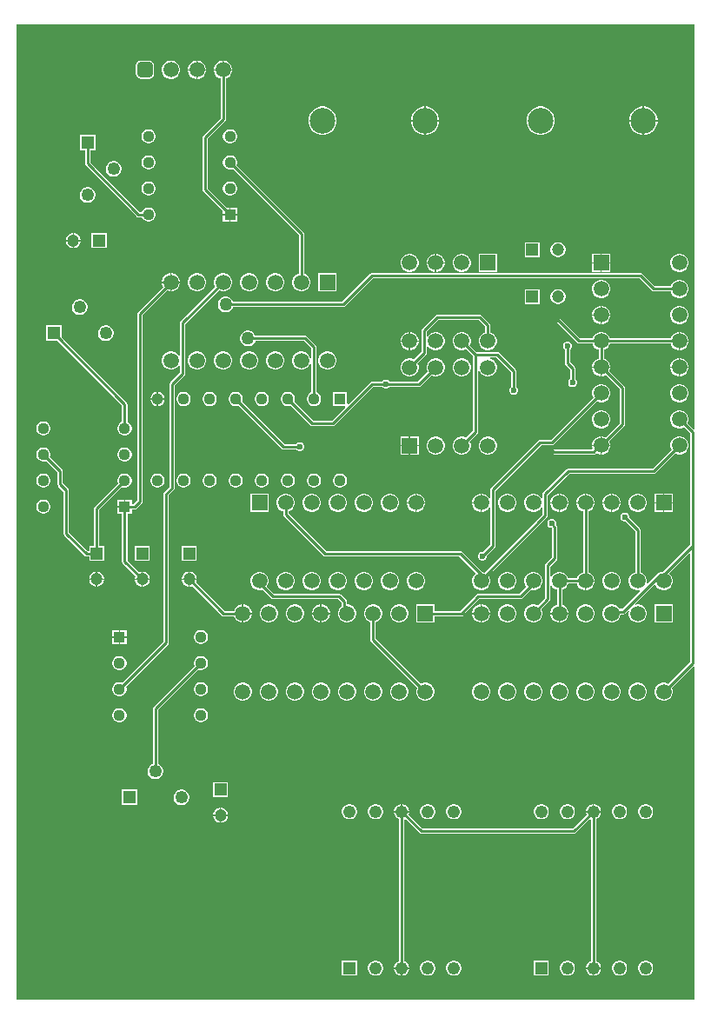
<source format=gbr>
%TF.GenerationSoftware,Altium Limited,Altium Designer,23.5.1 (21)*%
G04 Layer_Physical_Order=2*
G04 Layer_Color=16711680*
%FSLAX45Y45*%
%MOMM*%
%TF.SameCoordinates,7ECB1A03-3DEC-426C-BD6E-5A7E68E82EE6*%
%TF.FilePolarity,Positive*%
%TF.FileFunction,Copper,L2,Bot,Signal*%
%TF.Part,Single*%
G01*
G75*
%TA.AperFunction,Conductor*%
%ADD12C,0.25400*%
%TA.AperFunction,ComponentPad*%
%ADD13R,1.50000X1.50000*%
%ADD14C,1.50000*%
%ADD15C,1.13000*%
%ADD16R,1.13000X1.13000*%
%ADD17R,1.13000X1.13000*%
%ADD18R,1.21800X1.21800*%
%ADD19C,1.21800*%
%ADD20C,1.20000*%
%ADD21R,1.20000X1.20000*%
%ADD22C,1.25000*%
%ADD23R,1.25000X1.25000*%
%ADD24R,1.25000X1.25000*%
%ADD25R,1.50000X1.50000*%
%ADD26R,1.20000X1.20000*%
%ADD27C,1.52000*%
G04:AMPARAMS|DCode=28|XSize=1.52mm|YSize=1.52mm|CornerRadius=0.38mm|HoleSize=0mm|Usage=FLASHONLY|Rotation=0.000|XOffset=0mm|YOffset=0mm|HoleType=Round|Shape=RoundedRectangle|*
%AMROUNDEDRECTD28*
21,1,1.52000,0.76000,0,0,0.0*
21,1,0.76000,1.52000,0,0,0.0*
1,1,0.76000,0.38000,-0.38000*
1,1,0.76000,-0.38000,-0.38000*
1,1,0.76000,-0.38000,0.38000*
1,1,0.76000,0.38000,0.38000*
%
%ADD28ROUNDEDRECTD28*%
%ADD29C,2.50000*%
%TA.AperFunction,ViaPad*%
%ADD30C,0.60000*%
%ADD31C,1.27000*%
G36*
X6700000Y5660885D02*
X6687300Y5655625D01*
X6630806Y5712118D01*
X6634923Y5719249D01*
X6640900Y5741554D01*
Y5764646D01*
X6634923Y5786951D01*
X6623377Y5806949D01*
X6607049Y5823277D01*
X6587051Y5834823D01*
X6564746Y5840800D01*
X6541654D01*
X6519349Y5834823D01*
X6499351Y5823277D01*
X6483023Y5806949D01*
X6471477Y5786951D01*
X6465500Y5764646D01*
Y5741554D01*
X6471477Y5719249D01*
X6483023Y5699251D01*
X6499351Y5682923D01*
X6519349Y5671377D01*
X6541654Y5665400D01*
X6564746D01*
X6587051Y5671377D01*
X6594182Y5675494D01*
X6654302Y5615373D01*
Y4531927D01*
X6390073Y4267698D01*
X6367852D01*
X6357942Y4265726D01*
X6349540Y4260112D01*
X6244524Y4155097D01*
X6233138Y4161671D01*
X6234500Y4166754D01*
Y4189846D01*
X6228523Y4212151D01*
X6216977Y4232149D01*
X6200649Y4248477D01*
X6180651Y4260023D01*
X6172698Y4262154D01*
Y4673600D01*
X6170726Y4683511D01*
X6165112Y4691912D01*
X6062500Y4794525D01*
Y4809094D01*
X6055999Y4824787D01*
X6043987Y4836799D01*
X6028294Y4843300D01*
X6011306D01*
X5995613Y4836799D01*
X5983601Y4824787D01*
X5977100Y4809094D01*
Y4792106D01*
X5983601Y4776413D01*
X5995613Y4764401D01*
X6011306Y4757900D01*
X6025875D01*
X6120902Y4662873D01*
Y4262154D01*
X6112949Y4260023D01*
X6092951Y4248477D01*
X6076623Y4232149D01*
X6065077Y4212151D01*
X6059100Y4189846D01*
Y4166754D01*
X6065077Y4144449D01*
X6076623Y4124451D01*
X6092951Y4108123D01*
X6112949Y4096577D01*
X6135254Y4090600D01*
X6158346D01*
X6163429Y4091962D01*
X6170003Y4080576D01*
X5995173Y3905745D01*
X5968118D01*
X5962977Y3914649D01*
X5946649Y3930977D01*
X5926651Y3942523D01*
X5904346Y3948500D01*
X5881254D01*
X5858949Y3942523D01*
X5838951Y3930977D01*
X5822623Y3914649D01*
X5811077Y3894651D01*
X5805100Y3872346D01*
Y3849254D01*
X5811077Y3826949D01*
X5822623Y3806951D01*
X5838951Y3790623D01*
X5858949Y3779077D01*
X5881254Y3773100D01*
X5904346D01*
X5926651Y3779077D01*
X5946649Y3790623D01*
X5962977Y3806951D01*
X5974523Y3826949D01*
X5980500Y3849254D01*
Y3853950D01*
X6005900D01*
X6015811Y3855921D01*
X6024212Y3861535D01*
X6049952Y3887275D01*
X6061339Y3880701D01*
X6059100Y3872346D01*
Y3849254D01*
X6065077Y3826949D01*
X6076623Y3806951D01*
X6092951Y3790623D01*
X6112949Y3779077D01*
X6135254Y3773100D01*
X6158346D01*
X6180651Y3779077D01*
X6200649Y3790623D01*
X6216977Y3806951D01*
X6228523Y3826949D01*
X6234500Y3849254D01*
Y3872346D01*
X6228523Y3894651D01*
X6216977Y3914649D01*
X6200649Y3930977D01*
X6180651Y3942523D01*
X6158346Y3948500D01*
X6135254D01*
X6126899Y3946261D01*
X6120325Y3957648D01*
X6307229Y4144552D01*
X6321277Y4140639D01*
X6330623Y4124451D01*
X6346951Y4108123D01*
X6366949Y4096577D01*
X6389254Y4090600D01*
X6412346D01*
X6434651Y4096577D01*
X6454649Y4108123D01*
X6470977Y4124451D01*
X6482523Y4144449D01*
X6488500Y4166754D01*
Y4189846D01*
X6482523Y4212151D01*
X6470977Y4232149D01*
X6454649Y4248477D01*
X6453422Y4257797D01*
X6642569Y4446944D01*
X6654302Y4442084D01*
Y3388927D01*
X6441782Y3176406D01*
X6434651Y3180523D01*
X6412346Y3186500D01*
X6389254D01*
X6366949Y3180523D01*
X6346951Y3168977D01*
X6330623Y3152649D01*
X6319077Y3132651D01*
X6313100Y3110346D01*
Y3087254D01*
X6319077Y3064949D01*
X6330623Y3044951D01*
X6346951Y3028623D01*
X6366949Y3017077D01*
X6389254Y3011100D01*
X6412346D01*
X6434651Y3017077D01*
X6454649Y3028623D01*
X6470977Y3044951D01*
X6482523Y3064949D01*
X6488500Y3087254D01*
Y3110346D01*
X6482523Y3132651D01*
X6478406Y3139782D01*
X6687300Y3348675D01*
X6700000Y3343415D01*
Y100000D01*
X100000D01*
Y9600000D01*
X6700000D01*
Y5660885D01*
D02*
G37*
%LPC*%
G36*
X2119878Y9245400D02*
X2114550D01*
Y9163050D01*
X2196900D01*
Y9168378D01*
X2190855Y9190937D01*
X2179178Y9211163D01*
X2162663Y9227678D01*
X2142437Y9239355D01*
X2119878Y9245400D01*
D02*
G37*
G36*
X2101850D02*
X2096522D01*
X2073963Y9239355D01*
X2053737Y9227678D01*
X2037222Y9211163D01*
X2025545Y9190937D01*
X2019500Y9168378D01*
Y9163050D01*
X2101850D01*
Y9245400D01*
D02*
G37*
G36*
X1865878D02*
X1860550D01*
Y9163050D01*
X1942900D01*
Y9168378D01*
X1936855Y9190937D01*
X1925178Y9211163D01*
X1908663Y9227678D01*
X1888437Y9239355D01*
X1865878Y9245400D01*
D02*
G37*
G36*
X1847850D02*
X1842522D01*
X1819963Y9239355D01*
X1799737Y9227678D01*
X1783222Y9211163D01*
X1771545Y9190937D01*
X1765500Y9168378D01*
Y9163050D01*
X1847850D01*
Y9245400D01*
D02*
G37*
G36*
X1942900Y9150350D02*
X1860550D01*
Y9068000D01*
X1865878D01*
X1888437Y9074045D01*
X1908663Y9085722D01*
X1925178Y9102237D01*
X1936855Y9122463D01*
X1942900Y9145022D01*
Y9150350D01*
D02*
G37*
G36*
X1847850D02*
X1765500D01*
Y9145022D01*
X1771545Y9122463D01*
X1783222Y9102237D01*
X1799737Y9085722D01*
X1819963Y9074045D01*
X1842522Y9068000D01*
X1847850D01*
Y9150350D01*
D02*
G37*
G36*
X1611878Y9245400D02*
X1588522D01*
X1565963Y9239355D01*
X1545737Y9227678D01*
X1529222Y9211163D01*
X1517545Y9190937D01*
X1511500Y9168378D01*
Y9145022D01*
X1517545Y9122463D01*
X1529222Y9102237D01*
X1545737Y9085722D01*
X1565963Y9074045D01*
X1588522Y9068000D01*
X1611878D01*
X1634437Y9074045D01*
X1654663Y9085722D01*
X1671178Y9102237D01*
X1682855Y9122463D01*
X1688900Y9145022D01*
Y9168378D01*
X1682855Y9190937D01*
X1671178Y9211163D01*
X1654663Y9227678D01*
X1634437Y9239355D01*
X1611878Y9245400D01*
D02*
G37*
G36*
X1384200Y9246393D02*
X1308200D01*
X1288418Y9242458D01*
X1271647Y9231253D01*
X1260442Y9214482D01*
X1256507Y9194700D01*
Y9118700D01*
X1260442Y9098918D01*
X1271647Y9082147D01*
X1288418Y9070942D01*
X1308200Y9067007D01*
X1384200D01*
X1403982Y9070942D01*
X1420753Y9082147D01*
X1431958Y9098918D01*
X1435893Y9118700D01*
Y9194700D01*
X1431958Y9214482D01*
X1420753Y9231253D01*
X1403982Y9242458D01*
X1384200Y9246393D01*
D02*
G37*
G36*
X6220429Y8799100D02*
X6208650D01*
Y8667750D01*
X6340000D01*
Y8679528D01*
X6330616Y8714550D01*
X6312488Y8745950D01*
X6286850Y8771587D01*
X6255450Y8789716D01*
X6220429Y8799100D01*
D02*
G37*
G36*
X6195950D02*
X6184172D01*
X6149150Y8789716D01*
X6117750Y8771587D01*
X6092113Y8745950D01*
X6073984Y8714550D01*
X6064600Y8679528D01*
Y8667750D01*
X6195950D01*
Y8799100D01*
D02*
G37*
G36*
X4094828D02*
X4083050D01*
Y8667750D01*
X4214400D01*
Y8679528D01*
X4205016Y8714550D01*
X4186887Y8745950D01*
X4161250Y8771587D01*
X4129850Y8789716D01*
X4094828Y8799100D01*
D02*
G37*
G36*
X4070350D02*
X4058572D01*
X4023550Y8789716D01*
X3992150Y8771587D01*
X3966513Y8745950D01*
X3948384Y8714550D01*
X3939000Y8679528D01*
Y8667750D01*
X4070350D01*
Y8799100D01*
D02*
G37*
G36*
X6340000Y8655050D02*
X6208650D01*
Y8523700D01*
X6220429D01*
X6255450Y8533084D01*
X6286850Y8551213D01*
X6312488Y8576850D01*
X6330616Y8608250D01*
X6340000Y8643272D01*
Y8655050D01*
D02*
G37*
G36*
X6195950D02*
X6064600D01*
Y8643272D01*
X6073984Y8608250D01*
X6092113Y8576850D01*
X6117750Y8551213D01*
X6149150Y8533084D01*
X6184172Y8523700D01*
X6195950D01*
Y8655050D01*
D02*
G37*
G36*
X5220428Y8799100D02*
X5184171D01*
X5149150Y8789716D01*
X5117750Y8771587D01*
X5092112Y8745950D01*
X5073984Y8714550D01*
X5064600Y8679528D01*
Y8643272D01*
X5073984Y8608250D01*
X5092112Y8576850D01*
X5117750Y8551213D01*
X5149150Y8533084D01*
X5184171Y8523700D01*
X5220428D01*
X5255450Y8533084D01*
X5286850Y8551213D01*
X5312487Y8576850D01*
X5330616Y8608250D01*
X5340000Y8643272D01*
Y8679528D01*
X5330616Y8714550D01*
X5312487Y8745950D01*
X5286850Y8771587D01*
X5255450Y8789716D01*
X5220428Y8799100D01*
D02*
G37*
G36*
X4214400Y8655050D02*
X4083050D01*
Y8523700D01*
X4094828D01*
X4129850Y8533084D01*
X4161250Y8551213D01*
X4186887Y8576850D01*
X4205016Y8608250D01*
X4214400Y8643272D01*
Y8655050D01*
D02*
G37*
G36*
X4070350D02*
X3939000D01*
Y8643272D01*
X3948384Y8608250D01*
X3966513Y8576850D01*
X3992150Y8551213D01*
X4023550Y8533084D01*
X4058572Y8523700D01*
X4070350D01*
Y8655050D01*
D02*
G37*
G36*
X3094828Y8799100D02*
X3058571D01*
X3023550Y8789716D01*
X2992150Y8771587D01*
X2966512Y8745950D01*
X2948384Y8714550D01*
X2939000Y8679528D01*
Y8643272D01*
X2948384Y8608250D01*
X2966512Y8576850D01*
X2992150Y8551213D01*
X3023550Y8533084D01*
X3058571Y8523700D01*
X3094828D01*
X3129850Y8533084D01*
X3161250Y8551213D01*
X3186887Y8576850D01*
X3205016Y8608250D01*
X3214400Y8643272D01*
Y8679528D01*
X3205016Y8714550D01*
X3186887Y8745950D01*
X3161250Y8771587D01*
X3129850Y8789716D01*
X3094828Y8799100D01*
D02*
G37*
G36*
X2184110Y8578200D02*
X2165889D01*
X2148290Y8573484D01*
X2132510Y8564374D01*
X2119626Y8551490D01*
X2110516Y8535710D01*
X2105800Y8518110D01*
Y8499890D01*
X2110516Y8482290D01*
X2119626Y8466510D01*
X2132510Y8453626D01*
X2148290Y8444516D01*
X2165889Y8439800D01*
X2184110D01*
X2201710Y8444516D01*
X2217490Y8453626D01*
X2230374Y8466510D01*
X2239484Y8482290D01*
X2244200Y8499890D01*
Y8518110D01*
X2239484Y8535710D01*
X2230374Y8551490D01*
X2217490Y8564374D01*
X2201710Y8573484D01*
X2184110Y8578200D01*
D02*
G37*
G36*
X1390111D02*
X1371890D01*
X1354290Y8573484D01*
X1338510Y8564374D01*
X1325626Y8551490D01*
X1316516Y8535710D01*
X1311800Y8518110D01*
Y8499890D01*
X1316516Y8482290D01*
X1325626Y8466510D01*
X1338510Y8453626D01*
X1354290Y8444516D01*
X1371890Y8439800D01*
X1390111D01*
X1407710Y8444516D01*
X1423490Y8453626D01*
X1436374Y8466510D01*
X1445484Y8482290D01*
X1450200Y8499890D01*
Y8518110D01*
X1445484Y8535710D01*
X1436374Y8551490D01*
X1423490Y8564374D01*
X1407710Y8573484D01*
X1390111Y8578200D01*
D02*
G37*
G36*
Y8324200D02*
X1371890D01*
X1354290Y8319484D01*
X1338510Y8310374D01*
X1325626Y8297490D01*
X1316516Y8281710D01*
X1311800Y8264110D01*
Y8245890D01*
X1316516Y8228290D01*
X1325626Y8212510D01*
X1338510Y8199626D01*
X1354290Y8190516D01*
X1371890Y8185800D01*
X1390111D01*
X1407710Y8190516D01*
X1423490Y8199626D01*
X1436374Y8212510D01*
X1445484Y8228290D01*
X1450200Y8245890D01*
Y8264110D01*
X1445484Y8281710D01*
X1436374Y8297490D01*
X1423490Y8310374D01*
X1407710Y8319484D01*
X1390111Y8324200D01*
D02*
G37*
G36*
X1051300Y8266700D02*
X1031500D01*
X1012374Y8261575D01*
X995226Y8251675D01*
X981225Y8237674D01*
X971325Y8220526D01*
X966200Y8201400D01*
Y8181600D01*
X971325Y8162474D01*
X981225Y8145326D01*
X995226Y8131325D01*
X1012374Y8121425D01*
X1031500Y8116300D01*
X1051300D01*
X1070426Y8121425D01*
X1087574Y8131325D01*
X1101575Y8145326D01*
X1111475Y8162474D01*
X1116600Y8181600D01*
Y8201400D01*
X1111475Y8220526D01*
X1101575Y8237674D01*
X1087574Y8251675D01*
X1070426Y8261575D01*
X1051300Y8266700D01*
D02*
G37*
G36*
X2184110Y8070200D02*
X2165889D01*
X2148290Y8065484D01*
X2132510Y8056374D01*
X2119626Y8043490D01*
X2110516Y8027710D01*
X2105800Y8010110D01*
Y7991890D01*
X2110516Y7974290D01*
X2119626Y7958510D01*
X2132510Y7945626D01*
X2148290Y7936516D01*
X2165889Y7931800D01*
X2184110D01*
X2201710Y7936516D01*
X2217490Y7945626D01*
X2230374Y7958510D01*
X2239484Y7974290D01*
X2244200Y7991890D01*
Y8010110D01*
X2239484Y8027710D01*
X2230374Y8043490D01*
X2217490Y8056374D01*
X2201710Y8065484D01*
X2184110Y8070200D01*
D02*
G37*
G36*
X1390111D02*
X1371890D01*
X1354290Y8065484D01*
X1338510Y8056374D01*
X1325626Y8043490D01*
X1316516Y8027710D01*
X1311800Y8010110D01*
Y7991890D01*
X1316516Y7974290D01*
X1325626Y7958510D01*
X1338510Y7945626D01*
X1354290Y7936516D01*
X1371890Y7931800D01*
X1390111D01*
X1407710Y7936516D01*
X1423490Y7945626D01*
X1436374Y7958510D01*
X1445484Y7974290D01*
X1450200Y7991890D01*
Y8010110D01*
X1445484Y8027710D01*
X1436374Y8043490D01*
X1423490Y8056374D01*
X1407710Y8065484D01*
X1390111Y8070200D01*
D02*
G37*
G36*
X797300Y8012700D02*
X777500D01*
X758374Y8007575D01*
X741226Y7997675D01*
X727225Y7983674D01*
X717325Y7966526D01*
X712200Y7947400D01*
Y7927600D01*
X717325Y7908474D01*
X727225Y7891326D01*
X741226Y7877325D01*
X758374Y7867425D01*
X777500Y7862300D01*
X797300D01*
X816426Y7867425D01*
X833574Y7877325D01*
X847575Y7891326D01*
X857475Y7908474D01*
X862600Y7927600D01*
Y7947400D01*
X857475Y7966526D01*
X847575Y7983674D01*
X833574Y7997675D01*
X816426Y8007575D01*
X797300Y8012700D01*
D02*
G37*
G36*
X2244200Y7816200D02*
X2181350D01*
Y7753350D01*
X2244200D01*
Y7816200D01*
D02*
G37*
G36*
X2196900Y9150350D02*
X2019500D01*
Y9145022D01*
X2025545Y9122463D01*
X2037222Y9102237D01*
X2053737Y9085722D01*
X2073963Y9074045D01*
X2082302Y9071810D01*
Y8684827D01*
X1912088Y8514612D01*
X1906474Y8506211D01*
X1904502Y8496300D01*
Y7991600D01*
X1906474Y7981689D01*
X1912088Y7973288D01*
X2105800Y7779575D01*
Y7753350D01*
X2168650D01*
Y7816200D01*
X2142425D01*
X1956298Y8002327D01*
Y8485573D01*
X2126512Y8655788D01*
X2132126Y8664189D01*
X2134098Y8674100D01*
Y9071810D01*
X2142437Y9074045D01*
X2162663Y9085722D01*
X2179178Y9102237D01*
X2190855Y9122463D01*
X2196900Y9145022D01*
Y9150350D01*
D02*
G37*
G36*
X2244200Y7740650D02*
X2181350D01*
Y7677800D01*
X2244200D01*
Y7740650D01*
D02*
G37*
G36*
X2168650D02*
X2105800D01*
Y7677800D01*
X2168650D01*
Y7740650D01*
D02*
G37*
G36*
X862600Y8520700D02*
X712200D01*
Y8370300D01*
X761502D01*
Y8242300D01*
X763474Y8232389D01*
X769088Y8223988D01*
X1264388Y7728688D01*
X1272789Y7723074D01*
X1282700Y7721102D01*
X1316298D01*
X1316516Y7720290D01*
X1325626Y7704510D01*
X1338510Y7691626D01*
X1354290Y7682516D01*
X1371890Y7677800D01*
X1390111D01*
X1407710Y7682516D01*
X1423490Y7691626D01*
X1436374Y7704510D01*
X1445484Y7720290D01*
X1450200Y7737890D01*
Y7756110D01*
X1445484Y7773710D01*
X1436374Y7789490D01*
X1423490Y7802374D01*
X1407710Y7811484D01*
X1390111Y7816200D01*
X1371890D01*
X1354290Y7811484D01*
X1338510Y7802374D01*
X1325626Y7789490D01*
X1316516Y7773710D01*
X1316298Y7772898D01*
X1293427D01*
X813298Y8253027D01*
Y8370300D01*
X862600D01*
Y8520700D01*
D02*
G37*
G36*
X659271Y7565700D02*
X656049D01*
Y7499350D01*
X722400D01*
Y7502571D01*
X717446Y7521061D01*
X707874Y7537639D01*
X694339Y7551174D01*
X677761Y7560746D01*
X659271Y7565700D01*
D02*
G37*
G36*
X643349D02*
X640129D01*
X621639Y7560746D01*
X605061Y7551174D01*
X591526Y7537639D01*
X581954Y7521061D01*
X577000Y7502571D01*
Y7499350D01*
X643349D01*
Y7565700D01*
D02*
G37*
G36*
X972400D02*
X827000D01*
Y7420300D01*
X972400D01*
Y7565700D01*
D02*
G37*
G36*
X722400Y7486650D02*
X656049D01*
Y7420300D01*
X659271D01*
X677761Y7425254D01*
X694339Y7434826D01*
X707874Y7448361D01*
X717446Y7464939D01*
X722400Y7483429D01*
Y7486650D01*
D02*
G37*
G36*
X643349D02*
X577000D01*
Y7483429D01*
X581954Y7464939D01*
X591526Y7448361D01*
X605061Y7434826D01*
X621639Y7425254D01*
X640129Y7420300D01*
X643349D01*
Y7486650D01*
D02*
G37*
G36*
X5379671Y7476800D02*
X5360529D01*
X5342039Y7471846D01*
X5325461Y7462274D01*
X5311926Y7448739D01*
X5302354Y7432161D01*
X5297400Y7413671D01*
Y7394529D01*
X5302354Y7376039D01*
X5311926Y7359461D01*
X5325461Y7345926D01*
X5342039Y7336354D01*
X5360529Y7331400D01*
X5379671D01*
X5398161Y7336354D01*
X5414739Y7345926D01*
X5428274Y7359461D01*
X5437846Y7376039D01*
X5442800Y7394529D01*
Y7413671D01*
X5437846Y7432161D01*
X5428274Y7448739D01*
X5414739Y7462274D01*
X5398161Y7471846D01*
X5379671Y7476800D01*
D02*
G37*
G36*
X5192800D02*
X5047400D01*
Y7331400D01*
X5192800D01*
Y7476800D01*
D02*
G37*
G36*
X4189846Y7364800D02*
X4184650D01*
Y7283450D01*
X4266000D01*
Y7288646D01*
X4260023Y7310951D01*
X4248477Y7330949D01*
X4232149Y7347277D01*
X4212151Y7358823D01*
X4189846Y7364800D01*
D02*
G37*
G36*
X5878900D02*
X5797550D01*
Y7283450D01*
X5878900D01*
Y7364800D01*
D02*
G37*
G36*
X5784850D02*
X5703500D01*
Y7283450D01*
X5784850D01*
Y7364800D01*
D02*
G37*
G36*
X4171950D02*
X4166754D01*
X4144449Y7358823D01*
X4124451Y7347277D01*
X4108123Y7330949D01*
X4096577Y7310951D01*
X4090600Y7288646D01*
Y7283450D01*
X4171950D01*
Y7364800D01*
D02*
G37*
G36*
X6564746D02*
X6541654D01*
X6519349Y7358823D01*
X6499351Y7347277D01*
X6483023Y7330949D01*
X6471477Y7310951D01*
X6465500Y7288646D01*
Y7265554D01*
X6471477Y7243249D01*
X6483023Y7223251D01*
X6499351Y7206923D01*
X6519349Y7195377D01*
X6541654Y7189400D01*
X6564746D01*
X6587051Y7195377D01*
X6607049Y7206923D01*
X6623377Y7223251D01*
X6634923Y7243249D01*
X6640900Y7265554D01*
Y7288646D01*
X6634923Y7310951D01*
X6623377Y7330949D01*
X6607049Y7347277D01*
X6587051Y7358823D01*
X6564746Y7364800D01*
D02*
G37*
G36*
X5878900Y7270750D02*
X5797550D01*
Y7189400D01*
X5878900D01*
Y7270750D01*
D02*
G37*
G36*
X5784850D02*
X5703500D01*
Y7189400D01*
X5784850D01*
Y7270750D01*
D02*
G37*
G36*
X4774000Y7364800D02*
X4598600D01*
Y7189400D01*
X4774000D01*
Y7364800D01*
D02*
G37*
G36*
X4443846D02*
X4420754D01*
X4398449Y7358823D01*
X4378451Y7347277D01*
X4362123Y7330949D01*
X4350577Y7310951D01*
X4344600Y7288646D01*
Y7265554D01*
X4350577Y7243249D01*
X4362123Y7223251D01*
X4378451Y7206923D01*
X4398449Y7195377D01*
X4420754Y7189400D01*
X4443846D01*
X4466151Y7195377D01*
X4486149Y7206923D01*
X4502477Y7223251D01*
X4514023Y7243249D01*
X4520000Y7265554D01*
Y7288646D01*
X4514023Y7310951D01*
X4502477Y7330949D01*
X4486149Y7347277D01*
X4466151Y7358823D01*
X4443846Y7364800D01*
D02*
G37*
G36*
X4266000Y7270750D02*
X4184650D01*
Y7189400D01*
X4189846D01*
X4212151Y7195377D01*
X4232149Y7206923D01*
X4248477Y7223251D01*
X4260023Y7243249D01*
X4266000Y7265554D01*
Y7270750D01*
D02*
G37*
G36*
X4171950D02*
X4090600D01*
Y7265554D01*
X4096577Y7243249D01*
X4108123Y7223251D01*
X4124451Y7206923D01*
X4144449Y7195377D01*
X4166754Y7189400D01*
X4171950D01*
Y7270750D01*
D02*
G37*
G36*
X3935846Y7364800D02*
X3912754D01*
X3890449Y7358823D01*
X3870451Y7347277D01*
X3854123Y7330949D01*
X3842577Y7310951D01*
X3836600Y7288646D01*
Y7265554D01*
X3842577Y7243249D01*
X3854123Y7223251D01*
X3870451Y7206923D01*
X3890449Y7195377D01*
X3912754Y7189400D01*
X3935846D01*
X3958151Y7195377D01*
X3978149Y7206923D01*
X3994477Y7223251D01*
X4006023Y7243249D01*
X4012000Y7265554D01*
Y7288646D01*
X4006023Y7310951D01*
X3994477Y7330949D01*
X3978149Y7347277D01*
X3958151Y7358823D01*
X3935846Y7364800D01*
D02*
G37*
G36*
X1611746Y7174300D02*
X1606550D01*
Y7092950D01*
X1687900D01*
Y7098146D01*
X1681923Y7120451D01*
X1670377Y7140449D01*
X1654049Y7156777D01*
X1634051Y7168323D01*
X1611746Y7174300D01*
D02*
G37*
G36*
X1593850D02*
X1588654D01*
X1566349Y7168323D01*
X1546351Y7156777D01*
X1530023Y7140449D01*
X1518477Y7120451D01*
X1512500Y7098146D01*
Y7092950D01*
X1593850D01*
Y7174300D01*
D02*
G37*
G36*
X3211900D02*
X3036500D01*
Y6998900D01*
X3211900D01*
Y7174300D01*
D02*
G37*
G36*
X2184110Y8324200D02*
X2165889D01*
X2148290Y8319484D01*
X2132510Y8310374D01*
X2119626Y8297490D01*
X2110516Y8281710D01*
X2105800Y8264110D01*
Y8245890D01*
X2110516Y8228290D01*
X2119626Y8212510D01*
X2132510Y8199626D01*
X2148290Y8190516D01*
X2165889Y8185800D01*
X2184110D01*
X2201710Y8190516D01*
X2202439Y8190936D01*
X2844302Y7549073D01*
Y7170454D01*
X2836349Y7168323D01*
X2816351Y7156777D01*
X2800023Y7140449D01*
X2788477Y7120451D01*
X2782500Y7098146D01*
Y7075054D01*
X2788477Y7052749D01*
X2800023Y7032751D01*
X2816351Y7016423D01*
X2836349Y7004877D01*
X2858654Y6998900D01*
X2881746D01*
X2904051Y7004877D01*
X2924049Y7016423D01*
X2940377Y7032751D01*
X2951923Y7052749D01*
X2957900Y7075054D01*
Y7098146D01*
X2951923Y7120451D01*
X2940377Y7140449D01*
X2924049Y7156777D01*
X2904051Y7168323D01*
X2896098Y7170454D01*
Y7559800D01*
X2894126Y7569711D01*
X2888512Y7578112D01*
X2239064Y8227561D01*
X2239484Y8228290D01*
X2244200Y8245890D01*
Y8264110D01*
X2239484Y8281710D01*
X2230374Y8297490D01*
X2217490Y8310374D01*
X2201710Y8319484D01*
X2184110Y8324200D01*
D02*
G37*
G36*
X2627746Y7174300D02*
X2604654D01*
X2582349Y7168323D01*
X2562351Y7156777D01*
X2546023Y7140449D01*
X2534477Y7120451D01*
X2528500Y7098146D01*
Y7075054D01*
X2534477Y7052749D01*
X2546023Y7032751D01*
X2562351Y7016423D01*
X2582349Y7004877D01*
X2604654Y6998900D01*
X2627746D01*
X2650051Y7004877D01*
X2670049Y7016423D01*
X2686377Y7032751D01*
X2697923Y7052749D01*
X2703900Y7075054D01*
Y7098146D01*
X2697923Y7120451D01*
X2686377Y7140449D01*
X2670049Y7156777D01*
X2650051Y7168323D01*
X2627746Y7174300D01*
D02*
G37*
G36*
X2373746D02*
X2350654D01*
X2328349Y7168323D01*
X2308351Y7156777D01*
X2292023Y7140449D01*
X2280477Y7120451D01*
X2274500Y7098146D01*
Y7075054D01*
X2280477Y7052749D01*
X2292023Y7032751D01*
X2308351Y7016423D01*
X2328349Y7004877D01*
X2350654Y6998900D01*
X2373746D01*
X2396051Y7004877D01*
X2416049Y7016423D01*
X2432377Y7032751D01*
X2443923Y7052749D01*
X2449900Y7075054D01*
Y7098146D01*
X2443923Y7120451D01*
X2432377Y7140449D01*
X2416049Y7156777D01*
X2396051Y7168323D01*
X2373746Y7174300D01*
D02*
G37*
G36*
X2119746D02*
X2096654D01*
X2074349Y7168323D01*
X2054351Y7156777D01*
X2038023Y7140449D01*
X2026477Y7120451D01*
X2020500Y7098146D01*
Y7075054D01*
X2026477Y7052749D01*
X2030594Y7045618D01*
X1696188Y6711212D01*
X1690574Y6702811D01*
X1688602Y6692900D01*
Y6372282D01*
X1675902Y6368879D01*
X1670377Y6378449D01*
X1654049Y6394777D01*
X1634051Y6406323D01*
X1611746Y6412300D01*
X1588654D01*
X1566349Y6406323D01*
X1546351Y6394777D01*
X1530023Y6378449D01*
X1518477Y6358451D01*
X1512500Y6336146D01*
Y6313054D01*
X1518477Y6290749D01*
X1530023Y6270751D01*
X1546351Y6254423D01*
X1566349Y6242877D01*
X1588654Y6236900D01*
X1611746D01*
X1634051Y6242877D01*
X1654049Y6254423D01*
X1670377Y6270751D01*
X1675902Y6280321D01*
X1688602Y6276918D01*
Y6209012D01*
X1594588Y6114997D01*
X1588974Y6106595D01*
X1587002Y6096685D01*
Y5097077D01*
X1531088Y5041162D01*
X1525474Y5032761D01*
X1523502Y5022850D01*
Y3586027D01*
X1125739Y3188264D01*
X1125010Y3188684D01*
X1107411Y3193400D01*
X1089190D01*
X1071590Y3188684D01*
X1055810Y3179574D01*
X1042926Y3166690D01*
X1033816Y3150910D01*
X1029100Y3133310D01*
Y3115090D01*
X1033816Y3097490D01*
X1042926Y3081710D01*
X1055810Y3068826D01*
X1071590Y3059716D01*
X1089190Y3055000D01*
X1107411D01*
X1125010Y3059716D01*
X1140790Y3068826D01*
X1153674Y3081710D01*
X1162784Y3097490D01*
X1167500Y3115090D01*
Y3133310D01*
X1162784Y3150910D01*
X1162364Y3151639D01*
X1567712Y3556988D01*
X1573326Y3565389D01*
X1575298Y3575300D01*
Y5012123D01*
X1631212Y5068038D01*
X1636826Y5076439D01*
X1638798Y5086350D01*
Y6085957D01*
X1732812Y6179972D01*
X1738426Y6188374D01*
X1740398Y6198285D01*
Y6682173D01*
X2067218Y7008994D01*
X2074349Y7004877D01*
X2096654Y6998900D01*
X2119746D01*
X2142051Y7004877D01*
X2162049Y7016423D01*
X2178377Y7032751D01*
X2189923Y7052749D01*
X2195900Y7075054D01*
Y7098146D01*
X2189923Y7120451D01*
X2178377Y7140449D01*
X2162049Y7156777D01*
X2142051Y7168323D01*
X2119746Y7174300D01*
D02*
G37*
G36*
X1865746D02*
X1842654D01*
X1820349Y7168323D01*
X1800351Y7156777D01*
X1784023Y7140449D01*
X1772477Y7120451D01*
X1766500Y7098146D01*
Y7075054D01*
X1772477Y7052749D01*
X1784023Y7032751D01*
X1800351Y7016423D01*
X1820349Y7004877D01*
X1842654Y6998900D01*
X1865746D01*
X1888051Y7004877D01*
X1908049Y7016423D01*
X1924377Y7032751D01*
X1935923Y7052749D01*
X1941900Y7075054D01*
Y7098146D01*
X1935923Y7120451D01*
X1924377Y7140449D01*
X1908049Y7156777D01*
X1888051Y7168323D01*
X1865746Y7174300D01*
D02*
G37*
G36*
X1687900Y7080250D02*
X1606550D01*
Y6998900D01*
X1611746D01*
X1634051Y7004877D01*
X1654049Y7016423D01*
X1670377Y7032751D01*
X1681923Y7052749D01*
X1687900Y7075054D01*
Y7080250D01*
D02*
G37*
G36*
X1593850D02*
X1512500D01*
Y7075054D01*
X1518477Y7052749D01*
X1522594Y7045618D01*
X1277088Y6800112D01*
X1271474Y6791711D01*
X1269502Y6781800D01*
Y4964127D01*
X1233473Y4928098D01*
X1218800D01*
Y4971400D01*
X1155950D01*
Y4902200D01*
X1149600D01*
Y4895850D01*
X1080400D01*
Y4833000D01*
X1123702D01*
Y4366200D01*
X1125674Y4356289D01*
X1131288Y4347888D01*
X1254174Y4225001D01*
X1253054Y4223061D01*
X1248100Y4204571D01*
Y4201350D01*
X1314450D01*
Y4267700D01*
X1311229D01*
X1292739Y4262746D01*
X1290799Y4261626D01*
X1175498Y4376927D01*
Y4833000D01*
X1218800D01*
Y4876302D01*
X1244200D01*
X1254111Y4878274D01*
X1262512Y4883888D01*
X1313712Y4935088D01*
X1319326Y4943489D01*
X1321298Y4953400D01*
Y6771073D01*
X1559218Y7008994D01*
X1566349Y7004877D01*
X1588654Y6998900D01*
X1593850D01*
Y7080250D01*
D02*
G37*
G36*
X6172200Y7175998D02*
X3556000D01*
X3546089Y7174026D01*
X3537688Y7168412D01*
X3265873Y6896598D01*
X2205549D01*
X2204607Y6900112D01*
X2194575Y6917488D01*
X2180388Y6931675D01*
X2163012Y6941707D01*
X2143632Y6946900D01*
X2123568D01*
X2104188Y6941707D01*
X2086812Y6931675D01*
X2072625Y6917488D01*
X2062593Y6900112D01*
X2057400Y6880732D01*
Y6860668D01*
X2062593Y6841288D01*
X2072625Y6823912D01*
X2086812Y6809725D01*
X2104188Y6799693D01*
X2123568Y6794500D01*
X2143632D01*
X2163012Y6799693D01*
X2180388Y6809725D01*
X2194575Y6823912D01*
X2204607Y6841288D01*
X2205549Y6844802D01*
X3276600D01*
X3286511Y6846774D01*
X3294912Y6852388D01*
X3566727Y7124202D01*
X6161473D01*
X6280888Y7004788D01*
X6289289Y6999174D01*
X6299200Y6997202D01*
X6469346D01*
X6471477Y6989249D01*
X6483023Y6969251D01*
X6499351Y6952923D01*
X6519349Y6941377D01*
X6541654Y6935400D01*
X6564746D01*
X6587051Y6941377D01*
X6607049Y6952923D01*
X6623377Y6969251D01*
X6634923Y6989249D01*
X6640900Y7011554D01*
Y7034646D01*
X6634923Y7056951D01*
X6623377Y7076949D01*
X6607049Y7093277D01*
X6587051Y7104823D01*
X6564746Y7110800D01*
X6541654D01*
X6519349Y7104823D01*
X6499351Y7093277D01*
X6483023Y7076949D01*
X6471477Y7056951D01*
X6469346Y7048998D01*
X6309927D01*
X6190512Y7168412D01*
X6182111Y7174026D01*
X6172200Y7175998D01*
D02*
G37*
G36*
X5802746Y7110800D02*
X5779654D01*
X5757349Y7104823D01*
X5737351Y7093277D01*
X5721023Y7076949D01*
X5709477Y7056951D01*
X5703500Y7034646D01*
Y7011554D01*
X5709477Y6989249D01*
X5721023Y6969251D01*
X5737351Y6952923D01*
X5757349Y6941377D01*
X5779654Y6935400D01*
X5802746D01*
X5825051Y6941377D01*
X5845049Y6952923D01*
X5861377Y6969251D01*
X5872923Y6989249D01*
X5878900Y7011554D01*
Y7034646D01*
X5872923Y7056951D01*
X5861377Y7076949D01*
X5845049Y7093277D01*
X5825051Y7104823D01*
X5802746Y7110800D01*
D02*
G37*
G36*
X5379671Y7019600D02*
X5360529D01*
X5342039Y7014646D01*
X5325461Y7005074D01*
X5311926Y6991539D01*
X5302354Y6974961D01*
X5297400Y6956471D01*
Y6937329D01*
X5302354Y6918839D01*
X5311926Y6902261D01*
X5325461Y6888726D01*
X5342039Y6879154D01*
X5360529Y6874200D01*
X5379671D01*
X5398161Y6879154D01*
X5414739Y6888726D01*
X5428274Y6902261D01*
X5437846Y6918839D01*
X5442800Y6937329D01*
Y6956471D01*
X5437846Y6974961D01*
X5428274Y6991539D01*
X5414739Y7005074D01*
X5398161Y7014646D01*
X5379671Y7019600D01*
D02*
G37*
G36*
X5192800D02*
X5047400D01*
Y6874200D01*
X5192800D01*
Y7019600D01*
D02*
G37*
G36*
X5802746Y6856800D02*
X5797550D01*
Y6775450D01*
X5878900D01*
Y6780646D01*
X5872923Y6802951D01*
X5861377Y6822949D01*
X5845049Y6839277D01*
X5825051Y6850823D01*
X5802746Y6856800D01*
D02*
G37*
G36*
X5784850D02*
X5779654D01*
X5757349Y6850823D01*
X5737351Y6839277D01*
X5721023Y6822949D01*
X5709477Y6802951D01*
X5703500Y6780646D01*
Y6775450D01*
X5784850D01*
Y6856800D01*
D02*
G37*
G36*
X721100Y6920500D02*
X701300D01*
X682174Y6915375D01*
X665026Y6905475D01*
X651025Y6891474D01*
X641125Y6874326D01*
X636000Y6855200D01*
Y6835400D01*
X641125Y6816274D01*
X651025Y6799126D01*
X665026Y6785125D01*
X682174Y6775225D01*
X701300Y6770100D01*
X721100D01*
X740226Y6775225D01*
X757374Y6785125D01*
X771375Y6799126D01*
X781275Y6816274D01*
X786400Y6835400D01*
Y6855200D01*
X781275Y6874326D01*
X771375Y6891474D01*
X757374Y6905475D01*
X740226Y6915375D01*
X721100Y6920500D01*
D02*
G37*
G36*
X6564746Y6856800D02*
X6541654D01*
X6519349Y6850823D01*
X6499351Y6839277D01*
X6483023Y6822949D01*
X6471477Y6802951D01*
X6465500Y6780646D01*
Y6757554D01*
X6471477Y6735249D01*
X6483023Y6715251D01*
X6499351Y6698923D01*
X6519349Y6687377D01*
X6541654Y6681400D01*
X6564746D01*
X6587051Y6687377D01*
X6607049Y6698923D01*
X6623377Y6715251D01*
X6634923Y6735249D01*
X6640900Y6757554D01*
Y6780646D01*
X6634923Y6802951D01*
X6623377Y6822949D01*
X6607049Y6839277D01*
X6587051Y6850823D01*
X6564746Y6856800D01*
D02*
G37*
G36*
X5878900Y6762750D02*
X5797550D01*
Y6681400D01*
X5802746D01*
X5825051Y6687377D01*
X5845049Y6698923D01*
X5861377Y6715251D01*
X5872923Y6735249D01*
X5878900Y6757554D01*
Y6762750D01*
D02*
G37*
G36*
X5784850D02*
X5703500D01*
Y6757554D01*
X5709477Y6735249D01*
X5721023Y6715251D01*
X5737351Y6698923D01*
X5757349Y6687377D01*
X5779654Y6681400D01*
X5784850D01*
Y6762750D01*
D02*
G37*
G36*
X3935846Y6602800D02*
X3930650D01*
Y6521450D01*
X4012000D01*
Y6526646D01*
X4006023Y6548951D01*
X3994477Y6568949D01*
X3978149Y6585277D01*
X3958151Y6596823D01*
X3935846Y6602800D01*
D02*
G37*
G36*
X6564746D02*
X6559550D01*
Y6521450D01*
X6640900D01*
Y6526646D01*
X6634923Y6548951D01*
X6623377Y6568949D01*
X6607049Y6585277D01*
X6587051Y6596823D01*
X6564746Y6602800D01*
D02*
G37*
G36*
X3917950D02*
X3912754D01*
X3890449Y6596823D01*
X3870451Y6585277D01*
X3854123Y6568949D01*
X3842577Y6548951D01*
X3836600Y6526646D01*
Y6521450D01*
X3917950D01*
Y6602800D01*
D02*
G37*
G36*
X975100Y6666500D02*
X955300D01*
X936174Y6661375D01*
X919026Y6651475D01*
X905025Y6637474D01*
X895125Y6620326D01*
X890000Y6601200D01*
Y6581400D01*
X895125Y6562274D01*
X905025Y6545126D01*
X919026Y6531125D01*
X936174Y6521225D01*
X955300Y6516100D01*
X975100D01*
X994226Y6521225D01*
X1011374Y6531125D01*
X1025375Y6545126D01*
X1035275Y6562274D01*
X1040400Y6581400D01*
Y6601200D01*
X1035275Y6620326D01*
X1025375Y6637474D01*
X1011374Y6651475D01*
X994226Y6661375D01*
X975100Y6666500D01*
D02*
G37*
G36*
X6640900Y6508750D02*
X6559550D01*
Y6427400D01*
X6564746D01*
X6587051Y6433377D01*
X6607049Y6444923D01*
X6623377Y6461251D01*
X6634923Y6481249D01*
X6640900Y6503554D01*
Y6508750D01*
D02*
G37*
G36*
X5372100Y6744198D02*
X5359400D01*
X5349489Y6742226D01*
X5341088Y6736612D01*
X5335474Y6728211D01*
X5333502Y6718300D01*
X5335474Y6708389D01*
X5341088Y6699988D01*
X5349489Y6694374D01*
X5359400Y6692402D01*
X5361373D01*
X5556988Y6496788D01*
X5565389Y6491174D01*
X5575300Y6489202D01*
X5707346D01*
X5709477Y6481249D01*
X5721023Y6461251D01*
X5737351Y6444923D01*
X5757349Y6433377D01*
X5765302Y6431246D01*
Y6344954D01*
X5757349Y6342823D01*
X5737351Y6331277D01*
X5721023Y6314949D01*
X5709477Y6294951D01*
X5703500Y6272646D01*
Y6267450D01*
X5878900D01*
Y6272646D01*
X5872923Y6294951D01*
X5861377Y6314949D01*
X5845049Y6331277D01*
X5825051Y6342823D01*
X5817098Y6344954D01*
Y6431246D01*
X5825051Y6433377D01*
X5845049Y6444923D01*
X5861377Y6461251D01*
X5872923Y6481249D01*
X5875054Y6489202D01*
X6469346D01*
X6471477Y6481249D01*
X6483023Y6461251D01*
X6499351Y6444923D01*
X6519349Y6433377D01*
X6541654Y6427400D01*
X6546850D01*
Y6515100D01*
Y6602800D01*
X6541654D01*
X6519349Y6596823D01*
X6499351Y6585277D01*
X6483023Y6568949D01*
X6471477Y6548951D01*
X6469346Y6540998D01*
X5875054D01*
X5872923Y6548951D01*
X5861377Y6568949D01*
X5845049Y6585277D01*
X5825051Y6596823D01*
X5802746Y6602800D01*
X5797550D01*
Y6515100D01*
X5784850D01*
Y6602800D01*
X5779654D01*
X5757349Y6596823D01*
X5737351Y6585277D01*
X5721023Y6568949D01*
X5709477Y6548951D01*
X5707346Y6540998D01*
X5586027D01*
X5390412Y6736612D01*
X5382011Y6742226D01*
X5372100Y6744198D01*
D02*
G37*
G36*
X4610100Y6769598D02*
X4191000D01*
X4181089Y6767626D01*
X4172688Y6762012D01*
X4046888Y6636212D01*
X4041274Y6627810D01*
X4039302Y6617900D01*
Y6409853D01*
X3965282Y6335832D01*
X3958151Y6339949D01*
X3935846Y6345925D01*
X3912754D01*
X3890449Y6339949D01*
X3870451Y6328403D01*
X3854123Y6312074D01*
X3842577Y6292076D01*
X3836600Y6269771D01*
Y6246680D01*
X3842577Y6224375D01*
X3854123Y6204376D01*
X3870451Y6188048D01*
X3890449Y6176502D01*
X3912754Y6170526D01*
X3935846D01*
X3958151Y6176502D01*
X3978149Y6188048D01*
X3994477Y6204376D01*
X4006023Y6224375D01*
X4012000Y6246680D01*
Y6269771D01*
X4006023Y6292076D01*
X4001906Y6299207D01*
X4083512Y6380813D01*
X4089126Y6389215D01*
X4091097Y6399125D01*
Y6465340D01*
X4103797Y6468742D01*
X4108123Y6461251D01*
X4124451Y6444923D01*
X4144449Y6433377D01*
X4166754Y6427400D01*
X4189846D01*
X4212151Y6433377D01*
X4232149Y6444923D01*
X4248477Y6461251D01*
X4260023Y6481249D01*
X4266000Y6503554D01*
Y6526646D01*
X4260023Y6548951D01*
X4248477Y6568949D01*
X4232149Y6585277D01*
X4212151Y6596823D01*
X4189846Y6602800D01*
X4166754D01*
X4144449Y6596823D01*
X4124451Y6585277D01*
X4108123Y6568949D01*
X4103797Y6561458D01*
X4091097Y6564860D01*
Y6607173D01*
X4201727Y6717802D01*
X4599373D01*
X4660402Y6656773D01*
Y6598954D01*
X4652449Y6596823D01*
X4632451Y6585277D01*
X4616123Y6568949D01*
X4604577Y6548951D01*
X4598600Y6526646D01*
Y6503554D01*
X4604577Y6481249D01*
X4616123Y6461251D01*
X4632451Y6444923D01*
X4652449Y6433377D01*
X4674754Y6427400D01*
X4697846D01*
X4720151Y6433377D01*
X4740149Y6444923D01*
X4756477Y6461251D01*
X4768023Y6481249D01*
X4774000Y6503554D01*
Y6526646D01*
X4768023Y6548951D01*
X4756477Y6568949D01*
X4740149Y6585277D01*
X4720151Y6596823D01*
X4712198Y6598954D01*
Y6667500D01*
X4710226Y6677411D01*
X4704612Y6685812D01*
X4628412Y6762012D01*
X4620011Y6767626D01*
X4610100Y6769598D01*
D02*
G37*
G36*
X4012000Y6508750D02*
X3930650D01*
Y6427400D01*
X3935846D01*
X3958151Y6433377D01*
X3978149Y6444923D01*
X3994477Y6461251D01*
X4006023Y6481249D01*
X4012000Y6503554D01*
Y6508750D01*
D02*
G37*
G36*
X3917950D02*
X3836600D01*
Y6503554D01*
X3842577Y6481249D01*
X3854123Y6461251D01*
X3870451Y6444923D01*
X3890449Y6433377D01*
X3912754Y6427400D01*
X3917950D01*
Y6508750D01*
D02*
G37*
G36*
X2359532Y6616700D02*
X2339468D01*
X2320088Y6611507D01*
X2302712Y6601475D01*
X2288525Y6587288D01*
X2278493Y6569912D01*
X2273300Y6550532D01*
Y6530468D01*
X2278493Y6511088D01*
X2288525Y6493712D01*
X2302712Y6479525D01*
X2320088Y6469493D01*
X2339468Y6464300D01*
X2359532D01*
X2378912Y6469493D01*
X2396288Y6479525D01*
X2410475Y6493712D01*
X2420507Y6511088D01*
X2421449Y6514602D01*
X2898368D01*
X2966802Y6446168D01*
Y6351991D01*
X2954102Y6350319D01*
X2951923Y6358451D01*
X2940377Y6378449D01*
X2924049Y6394777D01*
X2904051Y6406323D01*
X2881746Y6412300D01*
X2858654D01*
X2836349Y6406323D01*
X2816351Y6394777D01*
X2800023Y6378449D01*
X2788477Y6358451D01*
X2782500Y6336146D01*
Y6313054D01*
X2788477Y6290749D01*
X2800023Y6270751D01*
X2816351Y6254423D01*
X2836349Y6242877D01*
X2858654Y6236900D01*
X2881746D01*
X2904051Y6242877D01*
X2924049Y6254423D01*
X2940377Y6270751D01*
X2951923Y6290749D01*
X2954102Y6298881D01*
X2966802Y6297209D01*
Y6014902D01*
X2965990Y6014684D01*
X2950210Y6005574D01*
X2937326Y5992690D01*
X2928216Y5976910D01*
X2923500Y5959310D01*
Y5941089D01*
X2928216Y5923490D01*
X2937326Y5907710D01*
X2950210Y5894826D01*
X2965990Y5885716D01*
X2983589Y5881000D01*
X3001810D01*
X3019410Y5885716D01*
X3035190Y5894826D01*
X3048074Y5907710D01*
X3057184Y5923490D01*
X3061900Y5941089D01*
Y5959310D01*
X3057184Y5976910D01*
X3048074Y5992690D01*
X3035190Y6005574D01*
X3019410Y6014684D01*
X3018597Y6014902D01*
Y6456896D01*
X3016626Y6466806D01*
X3011012Y6475208D01*
X2927408Y6558812D01*
X2919006Y6564426D01*
X2909096Y6566398D01*
X2421449D01*
X2420507Y6569912D01*
X2410475Y6587288D01*
X2396288Y6601475D01*
X2378912Y6611507D01*
X2359532Y6616700D01*
D02*
G37*
G36*
X6564746Y6348800D02*
X6559550D01*
Y6267450D01*
X6640900D01*
Y6272646D01*
X6634923Y6294951D01*
X6623377Y6314949D01*
X6607049Y6331277D01*
X6587051Y6342823D01*
X6564746Y6348800D01*
D02*
G37*
G36*
X6546850D02*
X6541654D01*
X6519349Y6342823D01*
X6499351Y6331277D01*
X6483023Y6314949D01*
X6471477Y6294951D01*
X6465500Y6272646D01*
Y6267450D01*
X6546850D01*
Y6348800D01*
D02*
G37*
G36*
X3135746Y6412300D02*
X3112654D01*
X3090349Y6406323D01*
X3070351Y6394777D01*
X3054023Y6378449D01*
X3042477Y6358451D01*
X3036500Y6336146D01*
Y6313054D01*
X3042477Y6290749D01*
X3054023Y6270751D01*
X3070351Y6254423D01*
X3090349Y6242877D01*
X3112654Y6236900D01*
X3135746D01*
X3158051Y6242877D01*
X3178049Y6254423D01*
X3194377Y6270751D01*
X3205923Y6290749D01*
X3211900Y6313054D01*
Y6336146D01*
X3205923Y6358451D01*
X3194377Y6378449D01*
X3178049Y6394777D01*
X3158051Y6406323D01*
X3135746Y6412300D01*
D02*
G37*
G36*
X2627746D02*
X2604654D01*
X2582349Y6406323D01*
X2562351Y6394777D01*
X2546023Y6378449D01*
X2534477Y6358451D01*
X2528500Y6336146D01*
Y6313054D01*
X2534477Y6290749D01*
X2546023Y6270751D01*
X2562351Y6254423D01*
X2582349Y6242877D01*
X2604654Y6236900D01*
X2627746D01*
X2650051Y6242877D01*
X2670049Y6254423D01*
X2686377Y6270751D01*
X2697923Y6290749D01*
X2703900Y6313054D01*
Y6336146D01*
X2697923Y6358451D01*
X2686377Y6378449D01*
X2670049Y6394777D01*
X2650051Y6406323D01*
X2627746Y6412300D01*
D02*
G37*
G36*
X2373746D02*
X2350654D01*
X2328349Y6406323D01*
X2308351Y6394777D01*
X2292023Y6378449D01*
X2280477Y6358451D01*
X2274500Y6336146D01*
Y6313054D01*
X2280477Y6290749D01*
X2292023Y6270751D01*
X2308351Y6254423D01*
X2328349Y6242877D01*
X2350654Y6236900D01*
X2373746D01*
X2396051Y6242877D01*
X2416049Y6254423D01*
X2432377Y6270751D01*
X2443923Y6290749D01*
X2449900Y6313054D01*
Y6336146D01*
X2443923Y6358451D01*
X2432377Y6378449D01*
X2416049Y6394777D01*
X2396051Y6406323D01*
X2373746Y6412300D01*
D02*
G37*
G36*
X2119746D02*
X2096654D01*
X2074349Y6406323D01*
X2054351Y6394777D01*
X2038023Y6378449D01*
X2026477Y6358451D01*
X2020500Y6336146D01*
Y6313054D01*
X2026477Y6290749D01*
X2038023Y6270751D01*
X2054351Y6254423D01*
X2074349Y6242877D01*
X2096654Y6236900D01*
X2119746D01*
X2142051Y6242877D01*
X2162049Y6254423D01*
X2178377Y6270751D01*
X2189923Y6290749D01*
X2195900Y6313054D01*
Y6336146D01*
X2189923Y6358451D01*
X2178377Y6378449D01*
X2162049Y6394777D01*
X2142051Y6406323D01*
X2119746Y6412300D01*
D02*
G37*
G36*
X1865746D02*
X1842654D01*
X1820349Y6406323D01*
X1800351Y6394777D01*
X1784023Y6378449D01*
X1772477Y6358451D01*
X1766500Y6336146D01*
Y6313054D01*
X1772477Y6290749D01*
X1784023Y6270751D01*
X1800351Y6254423D01*
X1820349Y6242877D01*
X1842654Y6236900D01*
X1865746D01*
X1888051Y6242877D01*
X1908049Y6254423D01*
X1924377Y6270751D01*
X1935923Y6290749D01*
X1941900Y6313054D01*
Y6336146D01*
X1935923Y6358451D01*
X1924377Y6378449D01*
X1908049Y6394777D01*
X1888051Y6406323D01*
X1865746Y6412300D01*
D02*
G37*
G36*
X6640900Y6254750D02*
X6559550D01*
Y6173400D01*
X6564746D01*
X6587051Y6179377D01*
X6607049Y6190923D01*
X6623377Y6207251D01*
X6634923Y6227249D01*
X6640900Y6249554D01*
Y6254750D01*
D02*
G37*
G36*
X6546850D02*
X6465500D01*
Y6249554D01*
X6471477Y6227249D01*
X6483023Y6207251D01*
X6499351Y6190923D01*
X6519349Y6179377D01*
X6541654Y6173400D01*
X6546850D01*
Y6254750D01*
D02*
G37*
G36*
X5784850D02*
X5703500D01*
Y6249554D01*
X5709477Y6227249D01*
X5721023Y6207251D01*
X5737351Y6190923D01*
X5757349Y6179377D01*
X5779654Y6173400D01*
X5784850D01*
Y6254750D01*
D02*
G37*
G36*
X4443846Y6345925D02*
X4420754D01*
X4398449Y6339949D01*
X4378451Y6328403D01*
X4362123Y6312074D01*
X4350577Y6292076D01*
X4344600Y6269771D01*
Y6246680D01*
X4350577Y6224375D01*
X4362123Y6204376D01*
X4378451Y6188048D01*
X4398449Y6176502D01*
X4420754Y6170526D01*
X4443846D01*
X4466151Y6176502D01*
X4486149Y6188048D01*
X4502477Y6204376D01*
X4514023Y6224375D01*
X4520000Y6246680D01*
Y6269771D01*
X4514023Y6292076D01*
X4502477Y6312074D01*
X4486149Y6328403D01*
X4466151Y6339949D01*
X4443846Y6345925D01*
D02*
G37*
G36*
X4189846D02*
X4166754D01*
X4144449Y6339949D01*
X4124451Y6328403D01*
X4108123Y6312074D01*
X4096577Y6292076D01*
X4090600Y6269771D01*
Y6246680D01*
X4096577Y6224375D01*
X4100694Y6217244D01*
X4005347Y6121898D01*
X3730189D01*
X3719887Y6132199D01*
X3704194Y6138700D01*
X3687206D01*
X3671513Y6132199D01*
X3661211Y6121898D01*
X3561304D01*
X3551393Y6119926D01*
X3542991Y6114312D01*
X3327633Y5898954D01*
X3315900Y5903815D01*
Y6019400D01*
X3177500D01*
Y5881000D01*
X3293085D01*
X3297945Y5869267D01*
X3169576Y5740898D01*
X2984627D01*
X2802764Y5922761D01*
X2803184Y5923490D01*
X2807900Y5941089D01*
Y5959310D01*
X2803184Y5976910D01*
X2794074Y5992690D01*
X2781190Y6005574D01*
X2765410Y6014684D01*
X2747810Y6019400D01*
X2729589D01*
X2711990Y6014684D01*
X2696210Y6005574D01*
X2683326Y5992690D01*
X2674216Y5976910D01*
X2669500Y5959310D01*
Y5941089D01*
X2674216Y5923490D01*
X2683326Y5907710D01*
X2696210Y5894826D01*
X2711990Y5885716D01*
X2729589Y5881000D01*
X2747810D01*
X2765410Y5885716D01*
X2766139Y5886136D01*
X2955587Y5696688D01*
X2963989Y5691074D01*
X2973900Y5689102D01*
X3180304D01*
X3190214Y5691074D01*
X3198616Y5696688D01*
X3572031Y6070102D01*
X3661211D01*
X3671513Y6059801D01*
X3687206Y6053300D01*
X3704194D01*
X3719887Y6059801D01*
X3730189Y6070102D01*
X4016075D01*
X4025985Y6072074D01*
X4034387Y6077688D01*
X4137318Y6180619D01*
X4144449Y6176502D01*
X4166754Y6170526D01*
X4189846D01*
X4212151Y6176502D01*
X4232149Y6188048D01*
X4248477Y6204376D01*
X4260023Y6224375D01*
X4266000Y6246680D01*
Y6269771D01*
X4260023Y6292076D01*
X4248477Y6312074D01*
X4232149Y6328403D01*
X4212151Y6339949D01*
X4189846Y6345925D01*
D02*
G37*
G36*
X5469494Y6507000D02*
X5452506D01*
X5436813Y6500499D01*
X5424801Y6488487D01*
X5418300Y6472794D01*
Y6455806D01*
X5424801Y6440113D01*
X5435102Y6429811D01*
Y6299200D01*
X5437074Y6289289D01*
X5442688Y6280888D01*
X5485902Y6237673D01*
Y6143189D01*
X5475601Y6132887D01*
X5469100Y6117194D01*
Y6100206D01*
X5475601Y6084513D01*
X5487613Y6072501D01*
X5503306Y6066000D01*
X5520294D01*
X5535987Y6072501D01*
X5547999Y6084513D01*
X5554500Y6100206D01*
Y6117194D01*
X5547999Y6132887D01*
X5537698Y6143189D01*
Y6248400D01*
X5535726Y6258311D01*
X5530112Y6266712D01*
X5486898Y6309927D01*
Y6429811D01*
X5497199Y6440113D01*
X5503700Y6455806D01*
Y6472794D01*
X5497199Y6488487D01*
X5485187Y6500499D01*
X5469494Y6507000D01*
D02*
G37*
G36*
X4443846Y6602800D02*
X4420754D01*
X4398449Y6596823D01*
X4378451Y6585277D01*
X4362123Y6568949D01*
X4350577Y6548951D01*
X4344600Y6526646D01*
Y6503554D01*
X4350577Y6481249D01*
X4362123Y6461251D01*
X4378451Y6444923D01*
X4398449Y6433377D01*
X4420754Y6427400D01*
X4443846D01*
X4466151Y6433377D01*
X4473282Y6437494D01*
X4538973Y6371802D01*
Y5639523D01*
X4473282Y5573832D01*
X4466151Y5577949D01*
X4443846Y5583925D01*
X4420754D01*
X4398449Y5577949D01*
X4378451Y5566403D01*
X4362123Y5550074D01*
X4350577Y5530076D01*
X4344600Y5507771D01*
Y5484680D01*
X4350577Y5462375D01*
X4362123Y5442376D01*
X4378451Y5426048D01*
X4398449Y5414502D01*
X4420754Y5408526D01*
X4443846D01*
X4466151Y5414502D01*
X4486149Y5426048D01*
X4502477Y5442376D01*
X4514023Y5462375D01*
X4520000Y5484680D01*
Y5507771D01*
X4514023Y5530076D01*
X4509906Y5537207D01*
X4583183Y5610484D01*
X4588797Y5618886D01*
X4590768Y5628796D01*
Y6226839D01*
X4603468Y6228511D01*
X4604577Y6224375D01*
X4616123Y6204376D01*
X4632451Y6188048D01*
X4652449Y6176502D01*
X4674754Y6170526D01*
X4697846D01*
X4720151Y6176502D01*
X4740149Y6188048D01*
X4756477Y6204376D01*
X4768023Y6224375D01*
X4774000Y6246680D01*
Y6269771D01*
X4768023Y6292076D01*
X4756477Y6312074D01*
X4740149Y6328403D01*
X4720151Y6339949D01*
X4705286Y6343932D01*
X4706958Y6356632D01*
X4770044D01*
X4914402Y6212273D01*
Y6066989D01*
X4904101Y6056687D01*
X4897600Y6040994D01*
Y6024006D01*
X4904101Y6008313D01*
X4916113Y5996301D01*
X4931806Y5989800D01*
X4948794D01*
X4964487Y5996301D01*
X4976499Y6008313D01*
X4983000Y6024006D01*
Y6040994D01*
X4976499Y6056687D01*
X4966198Y6066989D01*
Y6223000D01*
X4964226Y6232911D01*
X4958612Y6241312D01*
X4799083Y6400842D01*
X4790681Y6406456D01*
X4780771Y6408427D01*
X4575598D01*
X4509906Y6474118D01*
X4514023Y6481249D01*
X4520000Y6503554D01*
Y6526646D01*
X4514023Y6548951D01*
X4502477Y6568949D01*
X4486149Y6585277D01*
X4466151Y6596823D01*
X4443846Y6602800D01*
D02*
G37*
G36*
X1477810Y6019400D02*
X1475050D01*
Y5956550D01*
X1537900D01*
Y5959310D01*
X1533184Y5976910D01*
X1524074Y5992690D01*
X1511190Y6005574D01*
X1495410Y6014684D01*
X1477810Y6019400D01*
D02*
G37*
G36*
X1462350D02*
X1459589D01*
X1441990Y6014684D01*
X1426210Y6005574D01*
X1413326Y5992690D01*
X1404216Y5976910D01*
X1399500Y5959310D01*
Y5956550D01*
X1462350D01*
Y6019400D01*
D02*
G37*
G36*
X6564746Y6094800D02*
X6541654D01*
X6519349Y6088823D01*
X6499351Y6077277D01*
X6483023Y6060949D01*
X6471477Y6040951D01*
X6465500Y6018646D01*
Y5995554D01*
X6471477Y5973249D01*
X6483023Y5953251D01*
X6499351Y5936923D01*
X6519349Y5925377D01*
X6541654Y5919400D01*
X6564746D01*
X6587051Y5925377D01*
X6607049Y5936923D01*
X6623377Y5953251D01*
X6634923Y5973249D01*
X6640900Y5995554D01*
Y6018646D01*
X6634923Y6040951D01*
X6623377Y6060949D01*
X6607049Y6077277D01*
X6587051Y6088823D01*
X6564746Y6094800D01*
D02*
G37*
G36*
X5802746D02*
X5779654D01*
X5757349Y6088823D01*
X5737351Y6077277D01*
X5721023Y6060949D01*
X5709477Y6040951D01*
X5703500Y6018646D01*
Y5995554D01*
X5709477Y5973249D01*
X5713594Y5966118D01*
X5298652Y5551177D01*
X5195079D01*
X5185169Y5549206D01*
X5176767Y5543592D01*
X4718788Y5085612D01*
X4713174Y5077211D01*
X4711202Y5067300D01*
Y4987982D01*
X4698502Y4984579D01*
X4692977Y4994149D01*
X4676649Y5010477D01*
X4656651Y5022023D01*
X4634346Y5028000D01*
X4629150D01*
Y4940300D01*
Y4852600D01*
X4634346D01*
X4656651Y4858577D01*
X4676649Y4870123D01*
X4692977Y4886451D01*
X4698502Y4896021D01*
X4711202Y4892618D01*
Y4531927D01*
X4641575Y4462300D01*
X4627006D01*
X4611313Y4455799D01*
X4599301Y4443787D01*
X4592800Y4428094D01*
Y4411106D01*
X4599301Y4395413D01*
X4611313Y4383401D01*
X4627006Y4376900D01*
X4643994D01*
X4659687Y4383401D01*
X4671699Y4395413D01*
X4678200Y4411106D01*
Y4425675D01*
X4755412Y4502888D01*
X4761026Y4511289D01*
X4762998Y4521200D01*
Y5056573D01*
X5205806Y5499382D01*
X5309379D01*
X5319290Y5501353D01*
X5327692Y5506967D01*
X5750218Y5929494D01*
X5757349Y5925377D01*
X5779654Y5919400D01*
X5802746D01*
X5825051Y5925377D01*
X5845049Y5936923D01*
X5861377Y5953251D01*
X5872923Y5973249D01*
X5878900Y5995554D01*
Y6018646D01*
X5872923Y6040951D01*
X5861377Y6060949D01*
X5845049Y6077277D01*
X5825051Y6088823D01*
X5802746Y6094800D01*
D02*
G37*
G36*
X2493810Y6019400D02*
X2475589D01*
X2457990Y6014684D01*
X2442210Y6005574D01*
X2429326Y5992690D01*
X2420216Y5976910D01*
X2415500Y5959310D01*
Y5941089D01*
X2420216Y5923490D01*
X2429326Y5907710D01*
X2442210Y5894826D01*
X2457990Y5885716D01*
X2475589Y5881000D01*
X2493810D01*
X2511410Y5885716D01*
X2527190Y5894826D01*
X2540074Y5907710D01*
X2549184Y5923490D01*
X2553900Y5941089D01*
Y5959310D01*
X2549184Y5976910D01*
X2540074Y5992690D01*
X2527190Y6005574D01*
X2511410Y6014684D01*
X2493810Y6019400D01*
D02*
G37*
G36*
X1985810D02*
X1967589D01*
X1949990Y6014684D01*
X1934210Y6005574D01*
X1921326Y5992690D01*
X1912216Y5976910D01*
X1907500Y5959310D01*
Y5941089D01*
X1912216Y5923490D01*
X1921326Y5907710D01*
X1934210Y5894826D01*
X1949990Y5885716D01*
X1967589Y5881000D01*
X1985810D01*
X2003410Y5885716D01*
X2019190Y5894826D01*
X2032074Y5907710D01*
X2041184Y5923490D01*
X2045900Y5941089D01*
Y5959310D01*
X2041184Y5976910D01*
X2032074Y5992690D01*
X2019190Y6005574D01*
X2003410Y6014684D01*
X1985810Y6019400D01*
D02*
G37*
G36*
X1731810D02*
X1713589D01*
X1695990Y6014684D01*
X1680210Y6005574D01*
X1667326Y5992690D01*
X1658216Y5976910D01*
X1653500Y5959310D01*
Y5941089D01*
X1658216Y5923490D01*
X1667326Y5907710D01*
X1680210Y5894826D01*
X1695990Y5885716D01*
X1713589Y5881000D01*
X1731810D01*
X1749410Y5885716D01*
X1765190Y5894826D01*
X1778074Y5907710D01*
X1787184Y5923490D01*
X1791900Y5941089D01*
Y5959310D01*
X1787184Y5976910D01*
X1778074Y5992690D01*
X1765190Y6005574D01*
X1749410Y6014684D01*
X1731810Y6019400D01*
D02*
G37*
G36*
X1537900Y5943850D02*
X1475050D01*
Y5881000D01*
X1477810D01*
X1495410Y5885716D01*
X1511190Y5894826D01*
X1524074Y5907710D01*
X1533184Y5923490D01*
X1537900Y5941089D01*
Y5943850D01*
D02*
G37*
G36*
X1462350D02*
X1399500D01*
Y5941089D01*
X1404216Y5923490D01*
X1413326Y5907710D01*
X1426210Y5894826D01*
X1441990Y5885716D01*
X1459589Y5881000D01*
X1462350D01*
Y5943850D01*
D02*
G37*
G36*
X5802746Y5840800D02*
X5779654D01*
X5757349Y5834823D01*
X5737351Y5823277D01*
X5721023Y5806949D01*
X5709477Y5786951D01*
X5703500Y5764646D01*
Y5741554D01*
X5709477Y5719249D01*
X5721023Y5699251D01*
X5737351Y5682923D01*
X5757349Y5671377D01*
X5779654Y5665400D01*
X5802746D01*
X5825051Y5671377D01*
X5845049Y5682923D01*
X5861377Y5699251D01*
X5872923Y5719249D01*
X5878900Y5741554D01*
Y5764646D01*
X5872923Y5786951D01*
X5861377Y5806949D01*
X5845049Y5823277D01*
X5825051Y5834823D01*
X5802746Y5840800D01*
D02*
G37*
G36*
X532400Y6666500D02*
X382000D01*
Y6516100D01*
X495775D01*
X1123702Y5888173D01*
Y5728902D01*
X1122890Y5728684D01*
X1107110Y5719574D01*
X1094226Y5706690D01*
X1085116Y5690910D01*
X1080400Y5673310D01*
Y5655090D01*
X1085116Y5637490D01*
X1094226Y5621710D01*
X1107110Y5608826D01*
X1122890Y5599716D01*
X1140489Y5595000D01*
X1158710D01*
X1176310Y5599716D01*
X1192090Y5608826D01*
X1204974Y5621710D01*
X1214084Y5637490D01*
X1218800Y5655090D01*
Y5673310D01*
X1214084Y5690910D01*
X1204974Y5706690D01*
X1192090Y5719574D01*
X1176310Y5728684D01*
X1175498Y5728902D01*
Y5898900D01*
X1173526Y5908811D01*
X1167912Y5917212D01*
X532400Y6552725D01*
Y6666500D01*
D02*
G37*
G36*
X364710Y5733400D02*
X346490D01*
X328890Y5728684D01*
X313110Y5719574D01*
X300226Y5706690D01*
X291116Y5690910D01*
X286400Y5673310D01*
Y5655090D01*
X291116Y5637490D01*
X300226Y5621710D01*
X313110Y5608826D01*
X328890Y5599716D01*
X346490Y5595000D01*
X364710D01*
X382310Y5599716D01*
X398090Y5608826D01*
X410974Y5621710D01*
X420084Y5637490D01*
X424800Y5655090D01*
Y5673310D01*
X420084Y5690910D01*
X410974Y5706690D01*
X398090Y5719574D01*
X382310Y5728684D01*
X364710Y5733400D01*
D02*
G37*
G36*
X5878900Y6254750D02*
X5797550D01*
Y6173400D01*
X5802746D01*
X5825051Y6179377D01*
X5832182Y6183494D01*
X5968502Y6047173D01*
Y5713027D01*
X5832182Y5576706D01*
X5825051Y5580823D01*
X5802746Y5586800D01*
X5797550D01*
Y5505450D01*
X5878900D01*
Y5510646D01*
X5872923Y5532951D01*
X5868806Y5540082D01*
X6012712Y5683988D01*
X6018326Y5692389D01*
X6020298Y5702300D01*
Y6057900D01*
X6018326Y6067811D01*
X6012712Y6076212D01*
X5868806Y6220118D01*
X5872923Y6227249D01*
X5878900Y6249554D01*
Y6254750D01*
D02*
G37*
G36*
X5784850Y5586800D02*
X5779654D01*
X5757349Y5580823D01*
X5737351Y5569277D01*
X5721023Y5552949D01*
X5709477Y5532951D01*
X5703500Y5510646D01*
Y5505450D01*
X5784850D01*
Y5586800D01*
D02*
G37*
G36*
X4012000Y5583925D02*
X3930650D01*
Y5502576D01*
X4012000D01*
Y5583925D01*
D02*
G37*
G36*
X3917950D02*
X3836600D01*
Y5502576D01*
X3917950D01*
Y5583925D01*
D02*
G37*
G36*
X2239810Y6019400D02*
X2221589D01*
X2203990Y6014684D01*
X2188210Y6005574D01*
X2175326Y5992690D01*
X2166216Y5976910D01*
X2161500Y5959310D01*
Y5941089D01*
X2166216Y5923490D01*
X2175326Y5907710D01*
X2188210Y5894826D01*
X2203990Y5885716D01*
X2221589Y5881000D01*
X2239810D01*
X2257410Y5885716D01*
X2258139Y5886136D01*
X2676187Y5468088D01*
X2684589Y5462474D01*
X2694500Y5460502D01*
X2823011D01*
X2833313Y5450201D01*
X2849006Y5443700D01*
X2865994D01*
X2881687Y5450201D01*
X2893699Y5462213D01*
X2900200Y5477906D01*
Y5494894D01*
X2893699Y5510587D01*
X2881687Y5522599D01*
X2865994Y5529100D01*
X2849006D01*
X2833313Y5522599D01*
X2823011Y5512298D01*
X2705227D01*
X2294764Y5922761D01*
X2295184Y5923490D01*
X2299900Y5941089D01*
Y5959310D01*
X2295184Y5976910D01*
X2286074Y5992690D01*
X2273190Y6005574D01*
X2257410Y6014684D01*
X2239810Y6019400D01*
D02*
G37*
G36*
X6564746Y5586800D02*
X6541654D01*
X6519349Y5580823D01*
X6499351Y5569277D01*
X6483023Y5552949D01*
X6471477Y5532951D01*
X6465500Y5510646D01*
Y5487554D01*
X6471477Y5465249D01*
X6475594Y5458118D01*
X6292426Y5274951D01*
X5470106D01*
X5460195Y5272980D01*
X5451794Y5267366D01*
X5226788Y5042360D01*
X5221174Y5033958D01*
X5219202Y5024048D01*
Y4987982D01*
X5206502Y4984579D01*
X5200977Y4994149D01*
X5184649Y5010477D01*
X5164651Y5022023D01*
X5142346Y5028000D01*
X5119254D01*
X5096949Y5022023D01*
X5076951Y5010477D01*
X5060623Y4994149D01*
X5049077Y4974151D01*
X5043100Y4951846D01*
Y4928754D01*
X5049077Y4906449D01*
X5060623Y4886451D01*
X5076951Y4870123D01*
X5096949Y4858577D01*
X5119254Y4852600D01*
X5142346D01*
X5164651Y4858577D01*
X5184649Y4870123D01*
X5200977Y4886451D01*
X5206502Y4896021D01*
X5219202Y4892618D01*
Y4824027D01*
X4655505Y4260330D01*
X4635547Y4265678D01*
X4437912Y4463312D01*
X4429511Y4468926D01*
X4419600Y4470898D01*
X3109527D01*
X2743698Y4836727D01*
Y4856446D01*
X2751651Y4858577D01*
X2771649Y4870123D01*
X2787977Y4886451D01*
X2799523Y4906449D01*
X2805500Y4928754D01*
Y4951846D01*
X2799523Y4974151D01*
X2787977Y4994149D01*
X2771649Y5010477D01*
X2751651Y5022023D01*
X2729346Y5028000D01*
X2706254D01*
X2683949Y5022023D01*
X2663951Y5010477D01*
X2647623Y4994149D01*
X2636077Y4974151D01*
X2630100Y4951846D01*
Y4928754D01*
X2636077Y4906449D01*
X2647623Y4886451D01*
X2663951Y4870123D01*
X2683949Y4858577D01*
X2691902Y4856446D01*
Y4826000D01*
X2693874Y4816089D01*
X2699488Y4807688D01*
X3080488Y4426688D01*
X3088889Y4421074D01*
X3098800Y4419102D01*
X4408873D01*
X4567429Y4260547D01*
X4566920Y4246446D01*
X4552623Y4232149D01*
X4541077Y4212151D01*
X4535100Y4189846D01*
Y4166754D01*
X4541077Y4144449D01*
X4552623Y4124451D01*
X4568951Y4108123D01*
X4588949Y4096577D01*
X4611254Y4090600D01*
X4634346D01*
X4656651Y4096577D01*
X4676649Y4108123D01*
X4692977Y4124451D01*
X4704523Y4144449D01*
X4710500Y4166754D01*
Y4189846D01*
X4704523Y4212151D01*
X4695758Y4227333D01*
X5263412Y4794988D01*
X5269026Y4803389D01*
X5270998Y4813300D01*
Y5013320D01*
X5480833Y5223156D01*
X6303154D01*
X6313064Y5225127D01*
X6321466Y5230741D01*
X6512218Y5421494D01*
X6519349Y5417377D01*
X6541654Y5411400D01*
X6564746D01*
X6587051Y5417377D01*
X6607049Y5428923D01*
X6623377Y5445251D01*
X6634923Y5465249D01*
X6640900Y5487554D01*
Y5510646D01*
X6634923Y5532951D01*
X6623377Y5552949D01*
X6607049Y5569277D01*
X6587051Y5580823D01*
X6564746Y5586800D01*
D02*
G37*
G36*
X5878900Y5492750D02*
X5797550D01*
Y5411400D01*
X5802746D01*
X5825051Y5417377D01*
X5845049Y5428923D01*
X5861377Y5445251D01*
X5872923Y5465249D01*
X5878900Y5487554D01*
Y5492750D01*
D02*
G37*
G36*
X5784850D02*
X5703500D01*
Y5487554D01*
X5707330Y5473260D01*
X5697825Y5461498D01*
X5308600D01*
X5298689Y5459526D01*
X5290288Y5453912D01*
X5284674Y5445511D01*
X5282702Y5435600D01*
X5284674Y5425689D01*
X5290288Y5417288D01*
X5298689Y5411674D01*
X5308600Y5409702D01*
X5715795D01*
X5725705Y5411674D01*
X5734107Y5417288D01*
X5742671Y5425851D01*
X5757349Y5417377D01*
X5779654Y5411400D01*
X5784850D01*
Y5492750D01*
D02*
G37*
G36*
X4697846Y5583925D02*
X4674754D01*
X4652449Y5577949D01*
X4632451Y5566403D01*
X4616123Y5550074D01*
X4604577Y5530076D01*
X4598600Y5507771D01*
Y5484680D01*
X4604577Y5462375D01*
X4616123Y5442376D01*
X4632451Y5426048D01*
X4652449Y5414502D01*
X4674754Y5408526D01*
X4697846D01*
X4720151Y5414502D01*
X4740149Y5426048D01*
X4756477Y5442376D01*
X4768023Y5462375D01*
X4774000Y5484680D01*
Y5507771D01*
X4768023Y5530076D01*
X4756477Y5550074D01*
X4740149Y5566403D01*
X4720151Y5577949D01*
X4697846Y5583925D01*
D02*
G37*
G36*
X4189846D02*
X4166754D01*
X4144449Y5577949D01*
X4124451Y5566403D01*
X4108123Y5550074D01*
X4096577Y5530076D01*
X4090600Y5507771D01*
Y5484680D01*
X4096577Y5462375D01*
X4108123Y5442376D01*
X4124451Y5426048D01*
X4144449Y5414502D01*
X4166754Y5408526D01*
X4189846D01*
X4212151Y5414502D01*
X4232149Y5426048D01*
X4248477Y5442376D01*
X4260023Y5462375D01*
X4266000Y5484680D01*
Y5507771D01*
X4260023Y5530076D01*
X4248477Y5550074D01*
X4232149Y5566403D01*
X4212151Y5577949D01*
X4189846Y5583925D01*
D02*
G37*
G36*
X4012000Y5489876D02*
X3930650D01*
Y5408526D01*
X4012000D01*
Y5489876D01*
D02*
G37*
G36*
X3917950D02*
X3836600D01*
Y5408526D01*
X3917950D01*
Y5489876D01*
D02*
G37*
G36*
X1158710Y5479400D02*
X1140489D01*
X1122890Y5474684D01*
X1107110Y5465574D01*
X1094226Y5452690D01*
X1085116Y5436910D01*
X1080400Y5419310D01*
Y5401090D01*
X1085116Y5383490D01*
X1094226Y5367710D01*
X1107110Y5354826D01*
X1122890Y5345716D01*
X1140489Y5341000D01*
X1158710D01*
X1176310Y5345716D01*
X1192090Y5354826D01*
X1204974Y5367710D01*
X1214084Y5383490D01*
X1218800Y5401090D01*
Y5419310D01*
X1214084Y5436910D01*
X1204974Y5452690D01*
X1192090Y5465574D01*
X1176310Y5474684D01*
X1158710Y5479400D01*
D02*
G37*
G36*
X3255810Y5225400D02*
X3237589D01*
X3219990Y5220684D01*
X3204210Y5211574D01*
X3191326Y5198690D01*
X3182216Y5182910D01*
X3177500Y5165310D01*
Y5147090D01*
X3182216Y5129490D01*
X3191326Y5113710D01*
X3204210Y5100826D01*
X3219990Y5091716D01*
X3237589Y5087000D01*
X3255810D01*
X3273410Y5091716D01*
X3289190Y5100826D01*
X3302074Y5113710D01*
X3311184Y5129490D01*
X3315900Y5147090D01*
Y5165310D01*
X3311184Y5182910D01*
X3302074Y5198690D01*
X3289190Y5211574D01*
X3273410Y5220684D01*
X3255810Y5225400D01*
D02*
G37*
G36*
X3001810D02*
X2983589D01*
X2965990Y5220684D01*
X2950210Y5211574D01*
X2937326Y5198690D01*
X2928216Y5182910D01*
X2923500Y5165310D01*
Y5147090D01*
X2928216Y5129490D01*
X2937326Y5113710D01*
X2950210Y5100826D01*
X2965990Y5091716D01*
X2983589Y5087000D01*
X3001810D01*
X3019410Y5091716D01*
X3035190Y5100826D01*
X3048074Y5113710D01*
X3057184Y5129490D01*
X3061900Y5147090D01*
Y5165310D01*
X3057184Y5182910D01*
X3048074Y5198690D01*
X3035190Y5211574D01*
X3019410Y5220684D01*
X3001810Y5225400D01*
D02*
G37*
G36*
X2747810D02*
X2729589D01*
X2711990Y5220684D01*
X2696210Y5211574D01*
X2683326Y5198690D01*
X2674216Y5182910D01*
X2669500Y5165310D01*
Y5147090D01*
X2674216Y5129490D01*
X2683326Y5113710D01*
X2696210Y5100826D01*
X2711990Y5091716D01*
X2729589Y5087000D01*
X2747810D01*
X2765410Y5091716D01*
X2781190Y5100826D01*
X2794074Y5113710D01*
X2803184Y5129490D01*
X2807900Y5147090D01*
Y5165310D01*
X2803184Y5182910D01*
X2794074Y5198690D01*
X2781190Y5211574D01*
X2765410Y5220684D01*
X2747810Y5225400D01*
D02*
G37*
G36*
X2493810D02*
X2475589D01*
X2457990Y5220684D01*
X2442210Y5211574D01*
X2429326Y5198690D01*
X2420216Y5182910D01*
X2415500Y5165310D01*
Y5147090D01*
X2420216Y5129490D01*
X2429326Y5113710D01*
X2442210Y5100826D01*
X2457990Y5091716D01*
X2475589Y5087000D01*
X2493810D01*
X2511410Y5091716D01*
X2527190Y5100826D01*
X2540074Y5113710D01*
X2549184Y5129490D01*
X2553900Y5147090D01*
Y5165310D01*
X2549184Y5182910D01*
X2540074Y5198690D01*
X2527190Y5211574D01*
X2511410Y5220684D01*
X2493810Y5225400D01*
D02*
G37*
G36*
X2239810D02*
X2221589D01*
X2203990Y5220684D01*
X2188210Y5211574D01*
X2175326Y5198690D01*
X2166216Y5182910D01*
X2161500Y5165310D01*
Y5147090D01*
X2166216Y5129490D01*
X2175326Y5113710D01*
X2188210Y5100826D01*
X2203990Y5091716D01*
X2221589Y5087000D01*
X2239810D01*
X2257410Y5091716D01*
X2273190Y5100826D01*
X2286074Y5113710D01*
X2295184Y5129490D01*
X2299900Y5147090D01*
Y5165310D01*
X2295184Y5182910D01*
X2286074Y5198690D01*
X2273190Y5211574D01*
X2257410Y5220684D01*
X2239810Y5225400D01*
D02*
G37*
G36*
X1985810D02*
X1967589D01*
X1949990Y5220684D01*
X1934210Y5211574D01*
X1921326Y5198690D01*
X1912216Y5182910D01*
X1907500Y5165310D01*
Y5147090D01*
X1912216Y5129490D01*
X1921326Y5113710D01*
X1934210Y5100826D01*
X1949990Y5091716D01*
X1967589Y5087000D01*
X1985810D01*
X2003410Y5091716D01*
X2019190Y5100826D01*
X2032074Y5113710D01*
X2041184Y5129490D01*
X2045900Y5147090D01*
Y5165310D01*
X2041184Y5182910D01*
X2032074Y5198690D01*
X2019190Y5211574D01*
X2003410Y5220684D01*
X1985810Y5225400D01*
D02*
G37*
G36*
X1731810D02*
X1713589D01*
X1695990Y5220684D01*
X1680210Y5211574D01*
X1667326Y5198690D01*
X1658216Y5182910D01*
X1653500Y5165310D01*
Y5147090D01*
X1658216Y5129490D01*
X1667326Y5113710D01*
X1680210Y5100826D01*
X1695990Y5091716D01*
X1713589Y5087000D01*
X1731810D01*
X1749410Y5091716D01*
X1765190Y5100826D01*
X1778074Y5113710D01*
X1787184Y5129490D01*
X1791900Y5147090D01*
Y5165310D01*
X1787184Y5182910D01*
X1778074Y5198690D01*
X1765190Y5211574D01*
X1749410Y5220684D01*
X1731810Y5225400D01*
D02*
G37*
G36*
X1477810D02*
X1459589D01*
X1441990Y5220684D01*
X1426210Y5211574D01*
X1413326Y5198690D01*
X1404216Y5182910D01*
X1399500Y5165310D01*
Y5147090D01*
X1404216Y5129490D01*
X1413326Y5113710D01*
X1426210Y5100826D01*
X1441990Y5091716D01*
X1459589Y5087000D01*
X1477810D01*
X1495410Y5091716D01*
X1511190Y5100826D01*
X1524074Y5113710D01*
X1533184Y5129490D01*
X1537900Y5147090D01*
Y5165310D01*
X1533184Y5182910D01*
X1524074Y5198690D01*
X1511190Y5211574D01*
X1495410Y5220684D01*
X1477810Y5225400D01*
D02*
G37*
G36*
X364710Y5479400D02*
X346490D01*
X328890Y5474684D01*
X313110Y5465574D01*
X300226Y5452690D01*
X291116Y5436910D01*
X286400Y5419310D01*
Y5401090D01*
X291116Y5383490D01*
X300226Y5367710D01*
X313110Y5354826D01*
X328890Y5345716D01*
X346490Y5341000D01*
X364710D01*
X382310Y5345716D01*
X383039Y5346136D01*
X496537Y5232638D01*
Y5116365D01*
X498508Y5106455D01*
X504122Y5098053D01*
X555733Y5046442D01*
Y4641569D01*
X557704Y4631659D01*
X563318Y4623257D01*
X759887Y4426688D01*
X768289Y4421074D01*
X778200Y4419102D01*
X803600D01*
Y4372300D01*
X949000D01*
Y4517700D01*
X902198D01*
Y4872173D01*
X1122161Y5092136D01*
X1122890Y5091716D01*
X1140489Y5087000D01*
X1158710D01*
X1176310Y5091716D01*
X1192090Y5100826D01*
X1204974Y5113710D01*
X1214084Y5129490D01*
X1218800Y5147090D01*
Y5165310D01*
X1214084Y5182910D01*
X1204974Y5198690D01*
X1192090Y5211574D01*
X1176310Y5220684D01*
X1158710Y5225400D01*
X1140489D01*
X1122890Y5220684D01*
X1107110Y5211574D01*
X1094226Y5198690D01*
X1085116Y5182910D01*
X1080400Y5165310D01*
Y5147090D01*
X1085116Y5129490D01*
X1085536Y5128761D01*
X857988Y4901212D01*
X852374Y4892811D01*
X850402Y4882900D01*
Y4517700D01*
X803600D01*
Y4470898D01*
X788927D01*
X607528Y4652297D01*
Y5057169D01*
X605557Y5067080D01*
X599943Y5075482D01*
X548332Y5127093D01*
Y5243365D01*
X546361Y5253276D01*
X540747Y5261678D01*
X419664Y5382761D01*
X420084Y5383490D01*
X424800Y5401090D01*
Y5419310D01*
X420084Y5436910D01*
X410974Y5452690D01*
X398090Y5465574D01*
X382310Y5474684D01*
X364710Y5479400D01*
D02*
G37*
G36*
Y5225400D02*
X346490D01*
X328890Y5220684D01*
X313110Y5211574D01*
X300226Y5198690D01*
X291116Y5182910D01*
X286400Y5165310D01*
Y5147090D01*
X291116Y5129490D01*
X300226Y5113710D01*
X313110Y5100826D01*
X328890Y5091716D01*
X346490Y5087000D01*
X364710D01*
X382310Y5091716D01*
X398090Y5100826D01*
X410974Y5113710D01*
X420084Y5129490D01*
X424800Y5147090D01*
Y5165310D01*
X420084Y5182910D01*
X410974Y5198690D01*
X398090Y5211574D01*
X382310Y5220684D01*
X364710Y5225400D01*
D02*
G37*
G36*
X6488500Y5028000D02*
X6407150D01*
Y4946650D01*
X6488500D01*
Y5028000D01*
D02*
G37*
G36*
X5904346D02*
X5899150D01*
Y4946650D01*
X5980500D01*
Y4951846D01*
X5974523Y4974151D01*
X5962977Y4994149D01*
X5946649Y5010477D01*
X5926651Y5022023D01*
X5904346Y5028000D01*
D02*
G37*
G36*
X5650346D02*
X5645150D01*
Y4946650D01*
X5726500D01*
Y4951846D01*
X5720523Y4974151D01*
X5708977Y4994149D01*
X5692649Y5010477D01*
X5672651Y5022023D01*
X5650346Y5028000D01*
D02*
G37*
G36*
X5396346D02*
X5391150D01*
Y4946650D01*
X5472500D01*
Y4951846D01*
X5466523Y4974151D01*
X5454977Y4994149D01*
X5438649Y5010477D01*
X5418651Y5022023D01*
X5396346Y5028000D01*
D02*
G37*
G36*
X3999346D02*
X3994150D01*
Y4946650D01*
X4075500D01*
Y4951846D01*
X4069523Y4974151D01*
X4057977Y4994149D01*
X4041649Y5010477D01*
X4021651Y5022023D01*
X3999346Y5028000D01*
D02*
G37*
G36*
X6394450D02*
X6313100D01*
Y4946650D01*
X6394450D01*
Y5028000D01*
D02*
G37*
G36*
X5886450D02*
X5881254D01*
X5858949Y5022023D01*
X5838951Y5010477D01*
X5822623Y4994149D01*
X5811077Y4974151D01*
X5805100Y4951846D01*
Y4946650D01*
X5886450D01*
Y5028000D01*
D02*
G37*
G36*
X5632450D02*
X5627254D01*
X5604949Y5022023D01*
X5584951Y5010477D01*
X5568623Y4994149D01*
X5557077Y4974151D01*
X5551100Y4951846D01*
Y4946650D01*
X5632450D01*
Y5028000D01*
D02*
G37*
G36*
X5378450D02*
X5373254D01*
X5350949Y5022023D01*
X5330951Y5010477D01*
X5314623Y4994149D01*
X5303077Y4974151D01*
X5297100Y4951846D01*
Y4946650D01*
X5378450D01*
Y5028000D01*
D02*
G37*
G36*
X4616450D02*
X4611254D01*
X4588949Y5022023D01*
X4568951Y5010477D01*
X4552623Y4994149D01*
X4541077Y4974151D01*
X4535100Y4951846D01*
Y4946650D01*
X4616450D01*
Y5028000D01*
D02*
G37*
G36*
X3981450D02*
X3976254D01*
X3953949Y5022023D01*
X3933951Y5010477D01*
X3917623Y4994149D01*
X3906077Y4974151D01*
X3900100Y4951846D01*
Y4946650D01*
X3981450D01*
Y5028000D01*
D02*
G37*
G36*
X1143250Y4971400D02*
X1080400D01*
Y4908550D01*
X1143250D01*
Y4971400D01*
D02*
G37*
G36*
X6488500Y4933950D02*
X6407150D01*
Y4852600D01*
X6488500D01*
Y4933950D01*
D02*
G37*
G36*
X6394450D02*
X6313100D01*
Y4852600D01*
X6394450D01*
Y4933950D01*
D02*
G37*
G36*
X6158346Y5028000D02*
X6135254D01*
X6112949Y5022023D01*
X6092951Y5010477D01*
X6076623Y4994149D01*
X6065077Y4974151D01*
X6059100Y4951846D01*
Y4928754D01*
X6065077Y4906449D01*
X6076623Y4886451D01*
X6092951Y4870123D01*
X6112949Y4858577D01*
X6135254Y4852600D01*
X6158346D01*
X6180651Y4858577D01*
X6200649Y4870123D01*
X6216977Y4886451D01*
X6228523Y4906449D01*
X6234500Y4928754D01*
Y4951846D01*
X6228523Y4974151D01*
X6216977Y4994149D01*
X6200649Y5010477D01*
X6180651Y5022023D01*
X6158346Y5028000D01*
D02*
G37*
G36*
X5980500Y4933950D02*
X5899150D01*
Y4852600D01*
X5904346D01*
X5926651Y4858577D01*
X5946649Y4870123D01*
X5962977Y4886451D01*
X5974523Y4906449D01*
X5980500Y4928754D01*
Y4933950D01*
D02*
G37*
G36*
X5886450D02*
X5805100D01*
Y4928754D01*
X5811077Y4906449D01*
X5822623Y4886451D01*
X5838951Y4870123D01*
X5858949Y4858577D01*
X5881254Y4852600D01*
X5886450D01*
Y4933950D01*
D02*
G37*
G36*
X5472500D02*
X5391150D01*
Y4852600D01*
X5396346D01*
X5418651Y4858577D01*
X5438649Y4870123D01*
X5454977Y4886451D01*
X5466523Y4906449D01*
X5472500Y4928754D01*
Y4933950D01*
D02*
G37*
G36*
X5378450D02*
X5297100D01*
Y4928754D01*
X5303077Y4906449D01*
X5314623Y4886451D01*
X5330951Y4870123D01*
X5350949Y4858577D01*
X5373254Y4852600D01*
X5378450D01*
Y4933950D01*
D02*
G37*
G36*
X4888346Y5028000D02*
X4865254D01*
X4842949Y5022023D01*
X4822951Y5010477D01*
X4806623Y4994149D01*
X4795077Y4974151D01*
X4789100Y4951846D01*
Y4928754D01*
X4795077Y4906449D01*
X4806623Y4886451D01*
X4822951Y4870123D01*
X4842949Y4858577D01*
X4865254Y4852600D01*
X4888346D01*
X4910651Y4858577D01*
X4930649Y4870123D01*
X4946977Y4886451D01*
X4958523Y4906449D01*
X4964500Y4928754D01*
Y4951846D01*
X4958523Y4974151D01*
X4946977Y4994149D01*
X4930649Y5010477D01*
X4910651Y5022023D01*
X4888346Y5028000D01*
D02*
G37*
G36*
X4616450Y4933950D02*
X4535100D01*
Y4928754D01*
X4541077Y4906449D01*
X4552623Y4886451D01*
X4568951Y4870123D01*
X4588949Y4858577D01*
X4611254Y4852600D01*
X4616450D01*
Y4933950D01*
D02*
G37*
G36*
X4075500D02*
X3994150D01*
Y4852600D01*
X3999346D01*
X4021651Y4858577D01*
X4041649Y4870123D01*
X4057977Y4886451D01*
X4069523Y4906449D01*
X4075500Y4928754D01*
Y4933950D01*
D02*
G37*
G36*
X3981450D02*
X3900100D01*
Y4928754D01*
X3906077Y4906449D01*
X3917623Y4886451D01*
X3933951Y4870123D01*
X3953949Y4858577D01*
X3976254Y4852600D01*
X3981450D01*
Y4933950D01*
D02*
G37*
G36*
X3745346Y5028000D02*
X3722254D01*
X3699949Y5022023D01*
X3679951Y5010477D01*
X3663623Y4994149D01*
X3652077Y4974151D01*
X3646100Y4951846D01*
Y4928754D01*
X3652077Y4906449D01*
X3663623Y4886451D01*
X3679951Y4870123D01*
X3699949Y4858577D01*
X3722254Y4852600D01*
X3745346D01*
X3767651Y4858577D01*
X3787649Y4870123D01*
X3803977Y4886451D01*
X3815523Y4906449D01*
X3821500Y4928754D01*
Y4951846D01*
X3815523Y4974151D01*
X3803977Y4994149D01*
X3787649Y5010477D01*
X3767651Y5022023D01*
X3745346Y5028000D01*
D02*
G37*
G36*
X3491346D02*
X3468254D01*
X3445949Y5022023D01*
X3425951Y5010477D01*
X3409623Y4994149D01*
X3398077Y4974151D01*
X3392100Y4951846D01*
Y4928754D01*
X3398077Y4906449D01*
X3409623Y4886451D01*
X3425951Y4870123D01*
X3445949Y4858577D01*
X3468254Y4852600D01*
X3491346D01*
X3513651Y4858577D01*
X3533649Y4870123D01*
X3549977Y4886451D01*
X3561523Y4906449D01*
X3567500Y4928754D01*
Y4951846D01*
X3561523Y4974151D01*
X3549977Y4994149D01*
X3533649Y5010477D01*
X3513651Y5022023D01*
X3491346Y5028000D01*
D02*
G37*
G36*
X3237346D02*
X3214254D01*
X3191949Y5022023D01*
X3171951Y5010477D01*
X3155623Y4994149D01*
X3144077Y4974151D01*
X3138100Y4951846D01*
Y4928754D01*
X3144077Y4906449D01*
X3155623Y4886451D01*
X3171951Y4870123D01*
X3191949Y4858577D01*
X3214254Y4852600D01*
X3237346D01*
X3259651Y4858577D01*
X3279649Y4870123D01*
X3295977Y4886451D01*
X3307523Y4906449D01*
X3313500Y4928754D01*
Y4951846D01*
X3307523Y4974151D01*
X3295977Y4994149D01*
X3279649Y5010477D01*
X3259651Y5022023D01*
X3237346Y5028000D01*
D02*
G37*
G36*
X2983346D02*
X2960254D01*
X2937949Y5022023D01*
X2917951Y5010477D01*
X2901623Y4994149D01*
X2890077Y4974151D01*
X2884100Y4951846D01*
Y4928754D01*
X2890077Y4906449D01*
X2901623Y4886451D01*
X2917951Y4870123D01*
X2937949Y4858577D01*
X2960254Y4852600D01*
X2983346D01*
X3005651Y4858577D01*
X3025649Y4870123D01*
X3041977Y4886451D01*
X3053523Y4906449D01*
X3059500Y4928754D01*
Y4951846D01*
X3053523Y4974151D01*
X3041977Y4994149D01*
X3025649Y5010477D01*
X3005651Y5022023D01*
X2983346Y5028000D01*
D02*
G37*
G36*
X2551500D02*
X2376100D01*
Y4852600D01*
X2551500D01*
Y5028000D01*
D02*
G37*
G36*
X364710Y4971400D02*
X346490D01*
X328890Y4966684D01*
X313110Y4957574D01*
X300226Y4944690D01*
X291116Y4928910D01*
X286400Y4911310D01*
Y4893090D01*
X291116Y4875490D01*
X300226Y4859710D01*
X313110Y4846826D01*
X328890Y4837716D01*
X346490Y4833000D01*
X364710D01*
X382310Y4837716D01*
X398090Y4846826D01*
X410974Y4859710D01*
X420084Y4875490D01*
X424800Y4893090D01*
Y4911310D01*
X420084Y4928910D01*
X410974Y4944690D01*
X398090Y4957574D01*
X382310Y4966684D01*
X364710Y4971400D01*
D02*
G37*
G36*
X1850700Y4517700D02*
X1705300D01*
Y4372300D01*
X1850700D01*
Y4517700D01*
D02*
G37*
G36*
X1393500D02*
X1248100D01*
Y4372300D01*
X1393500D01*
Y4517700D01*
D02*
G37*
G36*
X5726500Y4933950D02*
X5638800D01*
X5551100D01*
Y4928754D01*
X5557077Y4906449D01*
X5568623Y4886451D01*
X5584951Y4870123D01*
X5604949Y4858577D01*
X5612902Y4856446D01*
Y4262154D01*
X5604949Y4260023D01*
X5584951Y4248477D01*
X5568623Y4232149D01*
X5557077Y4212151D01*
X5554946Y4204198D01*
X5468654D01*
X5466523Y4212151D01*
X5454977Y4232149D01*
X5438649Y4248477D01*
X5418651Y4260023D01*
X5396346Y4266000D01*
X5391150D01*
Y4178300D01*
X5378450D01*
Y4266000D01*
X5373254D01*
X5350949Y4260023D01*
X5330951Y4248477D01*
X5314623Y4232149D01*
X5309098Y4222579D01*
X5296398Y4225982D01*
Y4319973D01*
X5358191Y4381766D01*
X5363805Y4390168D01*
X5365776Y4400079D01*
Y4696562D01*
X5365109Y4699918D01*
X5364876Y4703332D01*
X5364132Y4704831D01*
X5363805Y4706473D01*
X5361904Y4709317D01*
X5360382Y4712383D01*
X5350100Y4725709D01*
X5351300Y4728606D01*
Y4745594D01*
X5344799Y4761287D01*
X5332787Y4773299D01*
X5317094Y4779800D01*
X5300106D01*
X5284413Y4773299D01*
X5272401Y4761287D01*
X5265900Y4745594D01*
Y4728606D01*
X5272401Y4712913D01*
X5284413Y4700901D01*
X5300106Y4694400D01*
X5308836D01*
X5313981Y4687732D01*
Y4410806D01*
X5252188Y4349012D01*
X5246574Y4340611D01*
X5244602Y4330700D01*
Y4011227D01*
X5171782Y3938406D01*
X5164651Y3942523D01*
X5142346Y3948500D01*
X5119254D01*
X5096949Y3942523D01*
X5076951Y3930977D01*
X5060623Y3914649D01*
X5049077Y3894651D01*
X5043100Y3872346D01*
Y3849254D01*
X5049077Y3826949D01*
X5060623Y3806951D01*
X5076951Y3790623D01*
X5096949Y3779077D01*
X5119254Y3773100D01*
X5142346D01*
X5164651Y3779077D01*
X5184649Y3790623D01*
X5200977Y3806951D01*
X5212523Y3826949D01*
X5218500Y3849254D01*
Y3872346D01*
X5212523Y3894651D01*
X5208406Y3901782D01*
X5288812Y3982188D01*
X5294426Y3990589D01*
X5296398Y4000500D01*
Y4130618D01*
X5309098Y4134021D01*
X5314623Y4124451D01*
X5330951Y4108123D01*
X5350949Y4096577D01*
X5358902Y4094446D01*
Y3944654D01*
X5350949Y3942523D01*
X5330951Y3930977D01*
X5314623Y3914649D01*
X5303077Y3894651D01*
X5297100Y3872346D01*
Y3867150D01*
X5384800D01*
X5472500D01*
Y3872346D01*
X5466523Y3894651D01*
X5454977Y3914649D01*
X5438649Y3930977D01*
X5418651Y3942523D01*
X5410698Y3944654D01*
Y4094446D01*
X5418651Y4096577D01*
X5438649Y4108123D01*
X5454977Y4124451D01*
X5466523Y4144449D01*
X5468654Y4152402D01*
X5554946D01*
X5557077Y4144449D01*
X5568623Y4124451D01*
X5584951Y4108123D01*
X5604949Y4096577D01*
X5627254Y4090600D01*
X5632450D01*
Y4178300D01*
X5638800D01*
Y4184650D01*
X5726500D01*
Y4189846D01*
X5720523Y4212151D01*
X5708977Y4232149D01*
X5692649Y4248477D01*
X5672651Y4260023D01*
X5664698Y4262154D01*
Y4856446D01*
X5672651Y4858577D01*
X5692649Y4870123D01*
X5708977Y4886451D01*
X5720523Y4906449D01*
X5726500Y4928754D01*
Y4933950D01*
D02*
G37*
G36*
X1787571Y4267700D02*
X1784350D01*
Y4201350D01*
X1850700D01*
Y4204571D01*
X1845746Y4223061D01*
X1836174Y4239639D01*
X1822639Y4253174D01*
X1806061Y4262746D01*
X1787571Y4267700D01*
D02*
G37*
G36*
X1330371D02*
X1327150D01*
Y4201350D01*
X1393500D01*
Y4204571D01*
X1388546Y4223061D01*
X1378974Y4239639D01*
X1365439Y4253174D01*
X1348861Y4262746D01*
X1330371Y4267700D01*
D02*
G37*
G36*
X885871D02*
X882650D01*
Y4201350D01*
X949000D01*
Y4204571D01*
X944046Y4223061D01*
X934474Y4239639D01*
X920939Y4253174D01*
X904361Y4262746D01*
X885871Y4267700D01*
D02*
G37*
G36*
X1771650D02*
X1768429D01*
X1749939Y4262746D01*
X1733361Y4253174D01*
X1719826Y4239639D01*
X1710254Y4223061D01*
X1705300Y4204571D01*
Y4201350D01*
X1771650D01*
Y4267700D01*
D02*
G37*
G36*
X869950D02*
X866729D01*
X848239Y4262746D01*
X831661Y4253174D01*
X818126Y4239639D01*
X808554Y4223061D01*
X803600Y4204571D01*
Y4201350D01*
X869950D01*
Y4267700D01*
D02*
G37*
G36*
X1771650Y4188650D02*
X1705300D01*
Y4185429D01*
X1710254Y4166939D01*
X1719826Y4150361D01*
X1733361Y4136826D01*
X1749939Y4127254D01*
X1768429Y4122300D01*
X1771650D01*
Y4188650D01*
D02*
G37*
G36*
X1393500D02*
X1327150D01*
Y4122300D01*
X1330371D01*
X1348861Y4127254D01*
X1365439Y4136826D01*
X1378974Y4150361D01*
X1388546Y4166939D01*
X1393500Y4185429D01*
Y4188650D01*
D02*
G37*
G36*
X1314450D02*
X1248100D01*
Y4185429D01*
X1253054Y4166939D01*
X1262626Y4150361D01*
X1276161Y4136826D01*
X1292739Y4127254D01*
X1311229Y4122300D01*
X1314450D01*
Y4188650D01*
D02*
G37*
G36*
X949000D02*
X882650D01*
Y4122300D01*
X885871D01*
X904361Y4127254D01*
X920939Y4136826D01*
X934474Y4150361D01*
X944046Y4166939D01*
X949000Y4185429D01*
Y4188650D01*
D02*
G37*
G36*
X869950D02*
X803600D01*
Y4185429D01*
X808554Y4166939D01*
X818126Y4150361D01*
X831661Y4136826D01*
X848239Y4127254D01*
X866729Y4122300D01*
X869950D01*
Y4188650D01*
D02*
G37*
G36*
X5904346Y4266000D02*
X5881254D01*
X5858949Y4260023D01*
X5838951Y4248477D01*
X5822623Y4232149D01*
X5811077Y4212151D01*
X5805100Y4189846D01*
Y4166754D01*
X5811077Y4144449D01*
X5822623Y4124451D01*
X5838951Y4108123D01*
X5858949Y4096577D01*
X5881254Y4090600D01*
X5904346D01*
X5926651Y4096577D01*
X5946649Y4108123D01*
X5962977Y4124451D01*
X5974523Y4144449D01*
X5980500Y4166754D01*
Y4189846D01*
X5974523Y4212151D01*
X5962977Y4232149D01*
X5946649Y4248477D01*
X5926651Y4260023D01*
X5904346Y4266000D01*
D02*
G37*
G36*
X5726500Y4171950D02*
X5645150D01*
Y4090600D01*
X5650346D01*
X5672651Y4096577D01*
X5692649Y4108123D01*
X5708977Y4124451D01*
X5720523Y4144449D01*
X5726500Y4166754D01*
Y4171950D01*
D02*
G37*
G36*
X5142346Y4266000D02*
X5119254D01*
X5096949Y4260023D01*
X5076951Y4248477D01*
X5060623Y4232149D01*
X5049077Y4212151D01*
X5043100Y4189846D01*
Y4166754D01*
X5049077Y4144449D01*
X5060623Y4124451D01*
X5063175Y4121899D01*
X4993073Y4051798D01*
X4592642D01*
X4582731Y4049826D01*
X4574329Y4044212D01*
X4416814Y3886698D01*
X4164400D01*
Y3948500D01*
X3989000D01*
Y3773100D01*
X4164400D01*
Y3834902D01*
X4427542D01*
X4437452Y3836874D01*
X4445854Y3842488D01*
X4603369Y4000002D01*
X5003800D01*
X5013711Y4001974D01*
X5022112Y4007588D01*
X5108111Y4093586D01*
X5119254Y4090600D01*
X5142346D01*
X5164651Y4096577D01*
X5184649Y4108123D01*
X5200977Y4124451D01*
X5212523Y4144449D01*
X5218500Y4166754D01*
Y4189846D01*
X5212523Y4212151D01*
X5200977Y4232149D01*
X5184649Y4248477D01*
X5164651Y4260023D01*
X5142346Y4266000D01*
D02*
G37*
G36*
X4888346D02*
X4865254D01*
X4842949Y4260023D01*
X4822951Y4248477D01*
X4806623Y4232149D01*
X4795077Y4212151D01*
X4789100Y4189846D01*
Y4166754D01*
X4795077Y4144449D01*
X4806623Y4124451D01*
X4822951Y4108123D01*
X4842949Y4096577D01*
X4865254Y4090600D01*
X4888346D01*
X4910651Y4096577D01*
X4930649Y4108123D01*
X4946977Y4124451D01*
X4958523Y4144449D01*
X4964500Y4166754D01*
Y4189846D01*
X4958523Y4212151D01*
X4946977Y4232149D01*
X4930649Y4248477D01*
X4910651Y4260023D01*
X4888346Y4266000D01*
D02*
G37*
G36*
X3999346D02*
X3976254D01*
X3953949Y4260023D01*
X3933951Y4248477D01*
X3917623Y4232149D01*
X3906077Y4212151D01*
X3900100Y4189846D01*
Y4166754D01*
X3906077Y4144449D01*
X3917623Y4124451D01*
X3933951Y4108123D01*
X3953949Y4096577D01*
X3976254Y4090600D01*
X3999346D01*
X4021651Y4096577D01*
X4041649Y4108123D01*
X4057977Y4124451D01*
X4069523Y4144449D01*
X4075500Y4166754D01*
Y4189846D01*
X4069523Y4212151D01*
X4057977Y4232149D01*
X4041649Y4248477D01*
X4021651Y4260023D01*
X3999346Y4266000D01*
D02*
G37*
G36*
X3745346D02*
X3722254D01*
X3699949Y4260023D01*
X3679951Y4248477D01*
X3663623Y4232149D01*
X3652077Y4212151D01*
X3646100Y4189846D01*
Y4166754D01*
X3652077Y4144449D01*
X3663623Y4124451D01*
X3679951Y4108123D01*
X3699949Y4096577D01*
X3722254Y4090600D01*
X3745346D01*
X3767651Y4096577D01*
X3787649Y4108123D01*
X3803977Y4124451D01*
X3815523Y4144449D01*
X3821500Y4166754D01*
Y4189846D01*
X3815523Y4212151D01*
X3803977Y4232149D01*
X3787649Y4248477D01*
X3767651Y4260023D01*
X3745346Y4266000D01*
D02*
G37*
G36*
X3491346D02*
X3468254D01*
X3445949Y4260023D01*
X3425951Y4248477D01*
X3409623Y4232149D01*
X3398077Y4212151D01*
X3392100Y4189846D01*
Y4166754D01*
X3398077Y4144449D01*
X3409623Y4124451D01*
X3425951Y4108123D01*
X3445949Y4096577D01*
X3468254Y4090600D01*
X3491346D01*
X3513651Y4096577D01*
X3533649Y4108123D01*
X3549977Y4124451D01*
X3561523Y4144449D01*
X3567500Y4166754D01*
Y4189846D01*
X3561523Y4212151D01*
X3549977Y4232149D01*
X3533649Y4248477D01*
X3513651Y4260023D01*
X3491346Y4266000D01*
D02*
G37*
G36*
X3237346D02*
X3214254D01*
X3191949Y4260023D01*
X3171951Y4248477D01*
X3155623Y4232149D01*
X3144077Y4212151D01*
X3138100Y4189846D01*
Y4166754D01*
X3144077Y4144449D01*
X3155623Y4124451D01*
X3171951Y4108123D01*
X3191949Y4096577D01*
X3214254Y4090600D01*
X3237346D01*
X3259651Y4096577D01*
X3279649Y4108123D01*
X3295977Y4124451D01*
X3307523Y4144449D01*
X3313500Y4166754D01*
Y4189846D01*
X3307523Y4212151D01*
X3295977Y4232149D01*
X3279649Y4248477D01*
X3259651Y4260023D01*
X3237346Y4266000D01*
D02*
G37*
G36*
X2983346D02*
X2960254D01*
X2937949Y4260023D01*
X2917951Y4248477D01*
X2901623Y4232149D01*
X2890077Y4212151D01*
X2884100Y4189846D01*
Y4166754D01*
X2890077Y4144449D01*
X2901623Y4124451D01*
X2917951Y4108123D01*
X2937949Y4096577D01*
X2960254Y4090600D01*
X2983346D01*
X3005651Y4096577D01*
X3025649Y4108123D01*
X3041977Y4124451D01*
X3053523Y4144449D01*
X3059500Y4166754D01*
Y4189846D01*
X3053523Y4212151D01*
X3041977Y4232149D01*
X3025649Y4248477D01*
X3005651Y4260023D01*
X2983346Y4266000D01*
D02*
G37*
G36*
X2729346D02*
X2706254D01*
X2683949Y4260023D01*
X2663951Y4248477D01*
X2647623Y4232149D01*
X2636077Y4212151D01*
X2630100Y4189846D01*
Y4166754D01*
X2636077Y4144449D01*
X2647623Y4124451D01*
X2663951Y4108123D01*
X2683949Y4096577D01*
X2706254Y4090600D01*
X2729346D01*
X2751651Y4096577D01*
X2771649Y4108123D01*
X2787977Y4124451D01*
X2799523Y4144449D01*
X2805500Y4166754D01*
Y4189846D01*
X2799523Y4212151D01*
X2787977Y4232149D01*
X2771649Y4248477D01*
X2751651Y4260023D01*
X2729346Y4266000D01*
D02*
G37*
G36*
X4634346Y3948500D02*
X4629150D01*
Y3867150D01*
X4710500D01*
Y3872346D01*
X4704523Y3894651D01*
X4692977Y3914649D01*
X4676649Y3930977D01*
X4656651Y3942523D01*
X4634346Y3948500D01*
D02*
G37*
G36*
X3072246D02*
X3067050D01*
Y3867150D01*
X3148400D01*
Y3872346D01*
X3142423Y3894651D01*
X3130877Y3914649D01*
X3114549Y3930977D01*
X3094551Y3942523D01*
X3072246Y3948500D01*
D02*
G37*
G36*
X2310246D02*
X2305050D01*
Y3867150D01*
X2386400D01*
Y3872346D01*
X2380423Y3894651D01*
X2368877Y3914649D01*
X2352549Y3930977D01*
X2332551Y3942523D01*
X2310246Y3948500D01*
D02*
G37*
G36*
X4616450D02*
X4611254D01*
X4588949Y3942523D01*
X4568951Y3930977D01*
X4552623Y3914649D01*
X4541077Y3894651D01*
X4535100Y3872346D01*
Y3867150D01*
X4616450D01*
Y3948500D01*
D02*
G37*
G36*
X3054350D02*
X3049154D01*
X3026849Y3942523D01*
X3006851Y3930977D01*
X2990523Y3914649D01*
X2978977Y3894651D01*
X2973000Y3872346D01*
Y3867150D01*
X3054350D01*
Y3948500D01*
D02*
G37*
G36*
X6488500D02*
X6313100D01*
Y3773100D01*
X6488500D01*
Y3948500D01*
D02*
G37*
G36*
X5650346D02*
X5627254D01*
X5604949Y3942523D01*
X5584951Y3930977D01*
X5568623Y3914649D01*
X5557077Y3894651D01*
X5551100Y3872346D01*
Y3849254D01*
X5557077Y3826949D01*
X5568623Y3806951D01*
X5584951Y3790623D01*
X5604949Y3779077D01*
X5627254Y3773100D01*
X5650346D01*
X5672651Y3779077D01*
X5692649Y3790623D01*
X5708977Y3806951D01*
X5720523Y3826949D01*
X5726500Y3849254D01*
Y3872346D01*
X5720523Y3894651D01*
X5708977Y3914649D01*
X5692649Y3930977D01*
X5672651Y3942523D01*
X5650346Y3948500D01*
D02*
G37*
G36*
X5472500Y3854450D02*
X5391150D01*
Y3773100D01*
X5396346D01*
X5418651Y3779077D01*
X5438649Y3790623D01*
X5454977Y3806951D01*
X5466523Y3826949D01*
X5472500Y3849254D01*
Y3854450D01*
D02*
G37*
G36*
X5378450D02*
X5297100D01*
Y3849254D01*
X5303077Y3826949D01*
X5314623Y3806951D01*
X5330951Y3790623D01*
X5350949Y3779077D01*
X5373254Y3773100D01*
X5378450D01*
Y3854450D01*
D02*
G37*
G36*
X4888346Y3948500D02*
X4865254D01*
X4842949Y3942523D01*
X4822951Y3930977D01*
X4806623Y3914649D01*
X4795077Y3894651D01*
X4789100Y3872346D01*
Y3849254D01*
X4795077Y3826949D01*
X4806623Y3806951D01*
X4822951Y3790623D01*
X4842949Y3779077D01*
X4865254Y3773100D01*
X4888346D01*
X4910651Y3779077D01*
X4930649Y3790623D01*
X4946977Y3806951D01*
X4958523Y3826949D01*
X4964500Y3849254D01*
Y3872346D01*
X4958523Y3894651D01*
X4946977Y3914649D01*
X4930649Y3930977D01*
X4910651Y3942523D01*
X4888346Y3948500D01*
D02*
G37*
G36*
X4710500Y3854450D02*
X4629150D01*
Y3773100D01*
X4634346D01*
X4656651Y3779077D01*
X4676649Y3790623D01*
X4692977Y3806951D01*
X4704523Y3826949D01*
X4710500Y3849254D01*
Y3854450D01*
D02*
G37*
G36*
X4616450D02*
X4535100D01*
Y3849254D01*
X4541077Y3826949D01*
X4552623Y3806951D01*
X4568951Y3790623D01*
X4588949Y3779077D01*
X4611254Y3773100D01*
X4616450D01*
Y3854450D01*
D02*
G37*
G36*
X3834246Y3948500D02*
X3811154D01*
X3788849Y3942523D01*
X3768851Y3930977D01*
X3752523Y3914649D01*
X3740977Y3894651D01*
X3735000Y3872346D01*
Y3849254D01*
X3740977Y3826949D01*
X3752523Y3806951D01*
X3768851Y3790623D01*
X3788849Y3779077D01*
X3811154Y3773100D01*
X3834246D01*
X3856551Y3779077D01*
X3876549Y3790623D01*
X3892877Y3806951D01*
X3904423Y3826949D01*
X3910400Y3849254D01*
Y3872346D01*
X3904423Y3894651D01*
X3892877Y3914649D01*
X3876549Y3930977D01*
X3856551Y3942523D01*
X3834246Y3948500D01*
D02*
G37*
G36*
X2475346Y4266000D02*
X2452254D01*
X2429949Y4260023D01*
X2409951Y4248477D01*
X2393623Y4232149D01*
X2382077Y4212151D01*
X2376100Y4189846D01*
Y4166754D01*
X2382077Y4144449D01*
X2393623Y4124451D01*
X2409951Y4108123D01*
X2429949Y4096577D01*
X2452254Y4090600D01*
X2475346D01*
X2486489Y4093586D01*
X2572488Y4007588D01*
X2580890Y4001974D01*
X2590800Y4000002D01*
X3227773D01*
X3264961Y3962814D01*
Y3933350D01*
X3260851Y3930977D01*
X3244523Y3914649D01*
X3232977Y3894651D01*
X3227000Y3872346D01*
Y3849254D01*
X3232977Y3826949D01*
X3244523Y3806951D01*
X3260851Y3790623D01*
X3280849Y3779077D01*
X3303154Y3773100D01*
X3326246D01*
X3348551Y3779077D01*
X3368549Y3790623D01*
X3384877Y3806951D01*
X3396423Y3826949D01*
X3402400Y3849254D01*
Y3872346D01*
X3396423Y3894651D01*
X3384877Y3914649D01*
X3368549Y3930977D01*
X3348551Y3942523D01*
X3326246Y3948500D01*
X3316757D01*
Y3973541D01*
X3314785Y3983452D01*
X3309171Y3991853D01*
X3256812Y4044212D01*
X3248411Y4049826D01*
X3238500Y4051798D01*
X2601527D01*
X2531425Y4121899D01*
X2533977Y4124451D01*
X2545523Y4144449D01*
X2551500Y4166754D01*
Y4189846D01*
X2545523Y4212151D01*
X2533977Y4232149D01*
X2517649Y4248477D01*
X2497651Y4260023D01*
X2475346Y4266000D01*
D02*
G37*
G36*
X3148400Y3854450D02*
X3067050D01*
Y3773100D01*
X3072246D01*
X3094551Y3779077D01*
X3114549Y3790623D01*
X3130877Y3806951D01*
X3142423Y3826949D01*
X3148400Y3849254D01*
Y3854450D01*
D02*
G37*
G36*
X3054350D02*
X2973000D01*
Y3849254D01*
X2978977Y3826949D01*
X2990523Y3806951D01*
X3006851Y3790623D01*
X3026849Y3779077D01*
X3049154Y3773100D01*
X3054350D01*
Y3854450D01*
D02*
G37*
G36*
X2818246Y3948500D02*
X2795154D01*
X2772849Y3942523D01*
X2752851Y3930977D01*
X2736523Y3914649D01*
X2724977Y3894651D01*
X2719000Y3872346D01*
Y3849254D01*
X2724977Y3826949D01*
X2736523Y3806951D01*
X2752851Y3790623D01*
X2772849Y3779077D01*
X2795154Y3773100D01*
X2818246D01*
X2840551Y3779077D01*
X2860549Y3790623D01*
X2876877Y3806951D01*
X2888423Y3826949D01*
X2894400Y3849254D01*
Y3872346D01*
X2888423Y3894651D01*
X2876877Y3914649D01*
X2860549Y3930977D01*
X2840551Y3942523D01*
X2818246Y3948500D01*
D02*
G37*
G36*
X2564246D02*
X2541154D01*
X2518849Y3942523D01*
X2498851Y3930977D01*
X2482523Y3914649D01*
X2470977Y3894651D01*
X2465000Y3872346D01*
Y3849254D01*
X2470977Y3826949D01*
X2482523Y3806951D01*
X2498851Y3790623D01*
X2518849Y3779077D01*
X2541154Y3773100D01*
X2564246D01*
X2586551Y3779077D01*
X2606549Y3790623D01*
X2622877Y3806951D01*
X2634423Y3826949D01*
X2640400Y3849254D01*
Y3872346D01*
X2634423Y3894651D01*
X2622877Y3914649D01*
X2606549Y3930977D01*
X2586551Y3942523D01*
X2564246Y3948500D01*
D02*
G37*
G36*
X2386400Y3854450D02*
X2305050D01*
Y3773100D01*
X2310246D01*
X2332551Y3779077D01*
X2352549Y3790623D01*
X2368877Y3806951D01*
X2380423Y3826949D01*
X2386400Y3849254D01*
Y3854450D01*
D02*
G37*
G36*
X1850700Y4188650D02*
X1784350D01*
Y4122300D01*
X1787571D01*
X1806061Y4127254D01*
X1808001Y4128374D01*
X2093888Y3842488D01*
X2102289Y3836874D01*
X2112200Y3834902D01*
X2214846D01*
X2216977Y3826949D01*
X2228523Y3806951D01*
X2244851Y3790623D01*
X2264849Y3779077D01*
X2287154Y3773100D01*
X2292350D01*
Y3860800D01*
Y3948500D01*
X2287154D01*
X2264849Y3942523D01*
X2244851Y3930977D01*
X2228523Y3914649D01*
X2216977Y3894651D01*
X2214846Y3886698D01*
X2122927D01*
X1844626Y4164999D01*
X1845746Y4166939D01*
X1850700Y4185429D01*
Y4188650D01*
D02*
G37*
G36*
X1167500Y3701400D02*
X1104650D01*
Y3638550D01*
X1167500D01*
Y3701400D01*
D02*
G37*
G36*
X1091950D02*
X1029100D01*
Y3638550D01*
X1091950D01*
Y3701400D01*
D02*
G37*
G36*
X1901410D02*
X1883190D01*
X1865590Y3696684D01*
X1849810Y3687574D01*
X1836926Y3674690D01*
X1827816Y3658910D01*
X1823100Y3641310D01*
Y3623090D01*
X1827816Y3605490D01*
X1836926Y3589710D01*
X1849810Y3576826D01*
X1865590Y3567716D01*
X1883190Y3563000D01*
X1901410D01*
X1919010Y3567716D01*
X1934790Y3576826D01*
X1947674Y3589710D01*
X1956784Y3605490D01*
X1961500Y3623090D01*
Y3641310D01*
X1956784Y3658910D01*
X1947674Y3674690D01*
X1934790Y3687574D01*
X1919010Y3696684D01*
X1901410Y3701400D01*
D02*
G37*
G36*
X1167500Y3625850D02*
X1104650D01*
Y3563000D01*
X1167500D01*
Y3625850D01*
D02*
G37*
G36*
X1091950D02*
X1029100D01*
Y3563000D01*
X1091950D01*
Y3625850D01*
D02*
G37*
G36*
X1901410Y3447400D02*
X1883190D01*
X1865590Y3442684D01*
X1849810Y3433574D01*
X1836926Y3420690D01*
X1827816Y3404910D01*
X1823100Y3387310D01*
Y3369090D01*
X1827816Y3351490D01*
X1828236Y3350761D01*
X1429488Y2952012D01*
X1423874Y2943611D01*
X1421902Y2933700D01*
Y2395013D01*
X1418774Y2394175D01*
X1401626Y2384275D01*
X1387625Y2370274D01*
X1377725Y2353126D01*
X1372600Y2334000D01*
Y2314200D01*
X1377725Y2295074D01*
X1387625Y2277926D01*
X1401626Y2263925D01*
X1418774Y2254025D01*
X1437900Y2248900D01*
X1457700D01*
X1476826Y2254025D01*
X1493974Y2263925D01*
X1507975Y2277926D01*
X1517875Y2295074D01*
X1523000Y2314200D01*
Y2334000D01*
X1517875Y2353126D01*
X1507975Y2370274D01*
X1493974Y2384275D01*
X1476826Y2394175D01*
X1473698Y2395013D01*
Y2922973D01*
X1864861Y3314136D01*
X1865590Y3313716D01*
X1883190Y3309000D01*
X1901410D01*
X1919010Y3313716D01*
X1934790Y3322826D01*
X1947674Y3335710D01*
X1956784Y3351490D01*
X1961500Y3369090D01*
Y3387310D01*
X1956784Y3404910D01*
X1947674Y3420690D01*
X1934790Y3433574D01*
X1919010Y3442684D01*
X1901410Y3447400D01*
D02*
G37*
G36*
X1107411D02*
X1089190D01*
X1071590Y3442684D01*
X1055810Y3433574D01*
X1042926Y3420690D01*
X1033816Y3404910D01*
X1029100Y3387310D01*
Y3369090D01*
X1033816Y3351490D01*
X1042926Y3335710D01*
X1055810Y3322826D01*
X1071590Y3313716D01*
X1089190Y3309000D01*
X1107411D01*
X1125010Y3313716D01*
X1140790Y3322826D01*
X1153674Y3335710D01*
X1162784Y3351490D01*
X1167500Y3369090D01*
Y3387310D01*
X1162784Y3404910D01*
X1153674Y3420690D01*
X1140790Y3433574D01*
X1125010Y3442684D01*
X1107411Y3447400D01*
D02*
G37*
G36*
X1901410Y3193400D02*
X1883190D01*
X1865590Y3188684D01*
X1849810Y3179574D01*
X1836926Y3166690D01*
X1827816Y3150910D01*
X1823100Y3133310D01*
Y3115090D01*
X1827816Y3097490D01*
X1836926Y3081710D01*
X1849810Y3068826D01*
X1865590Y3059716D01*
X1883190Y3055000D01*
X1901410D01*
X1919010Y3059716D01*
X1934790Y3068826D01*
X1947674Y3081710D01*
X1956784Y3097490D01*
X1961500Y3115090D01*
Y3133310D01*
X1956784Y3150910D01*
X1947674Y3166690D01*
X1934790Y3179574D01*
X1919010Y3188684D01*
X1901410Y3193400D01*
D02*
G37*
G36*
X6158346Y3186500D02*
X6135254D01*
X6112949Y3180523D01*
X6092951Y3168977D01*
X6076623Y3152649D01*
X6065077Y3132651D01*
X6059100Y3110346D01*
Y3087254D01*
X6065077Y3064949D01*
X6076623Y3044951D01*
X6092951Y3028623D01*
X6112949Y3017077D01*
X6135254Y3011100D01*
X6158346D01*
X6180651Y3017077D01*
X6200649Y3028623D01*
X6216977Y3044951D01*
X6228523Y3064949D01*
X6234500Y3087254D01*
Y3110346D01*
X6228523Y3132651D01*
X6216977Y3152649D01*
X6200649Y3168977D01*
X6180651Y3180523D01*
X6158346Y3186500D01*
D02*
G37*
G36*
X5904346D02*
X5881254D01*
X5858949Y3180523D01*
X5838951Y3168977D01*
X5822623Y3152649D01*
X5811077Y3132651D01*
X5805100Y3110346D01*
Y3087254D01*
X5811077Y3064949D01*
X5822623Y3044951D01*
X5838951Y3028623D01*
X5858949Y3017077D01*
X5881254Y3011100D01*
X5904346D01*
X5926651Y3017077D01*
X5946649Y3028623D01*
X5962977Y3044951D01*
X5974523Y3064949D01*
X5980500Y3087254D01*
Y3110346D01*
X5974523Y3132651D01*
X5962977Y3152649D01*
X5946649Y3168977D01*
X5926651Y3180523D01*
X5904346Y3186500D01*
D02*
G37*
G36*
X5650346D02*
X5627254D01*
X5604949Y3180523D01*
X5584951Y3168977D01*
X5568623Y3152649D01*
X5557077Y3132651D01*
X5551100Y3110346D01*
Y3087254D01*
X5557077Y3064949D01*
X5568623Y3044951D01*
X5584951Y3028623D01*
X5604949Y3017077D01*
X5627254Y3011100D01*
X5650346D01*
X5672651Y3017077D01*
X5692649Y3028623D01*
X5708977Y3044951D01*
X5720523Y3064949D01*
X5726500Y3087254D01*
Y3110346D01*
X5720523Y3132651D01*
X5708977Y3152649D01*
X5692649Y3168977D01*
X5672651Y3180523D01*
X5650346Y3186500D01*
D02*
G37*
G36*
X5396346D02*
X5373254D01*
X5350949Y3180523D01*
X5330951Y3168977D01*
X5314623Y3152649D01*
X5303077Y3132651D01*
X5297100Y3110346D01*
Y3087254D01*
X5303077Y3064949D01*
X5314623Y3044951D01*
X5330951Y3028623D01*
X5350949Y3017077D01*
X5373254Y3011100D01*
X5396346D01*
X5418651Y3017077D01*
X5438649Y3028623D01*
X5454977Y3044951D01*
X5466523Y3064949D01*
X5472500Y3087254D01*
Y3110346D01*
X5466523Y3132651D01*
X5454977Y3152649D01*
X5438649Y3168977D01*
X5418651Y3180523D01*
X5396346Y3186500D01*
D02*
G37*
G36*
X5142346D02*
X5119254D01*
X5096949Y3180523D01*
X5076951Y3168977D01*
X5060623Y3152649D01*
X5049077Y3132651D01*
X5043100Y3110346D01*
Y3087254D01*
X5049077Y3064949D01*
X5060623Y3044951D01*
X5076951Y3028623D01*
X5096949Y3017077D01*
X5119254Y3011100D01*
X5142346D01*
X5164651Y3017077D01*
X5184649Y3028623D01*
X5200977Y3044951D01*
X5212523Y3064949D01*
X5218500Y3087254D01*
Y3110346D01*
X5212523Y3132651D01*
X5200977Y3152649D01*
X5184649Y3168977D01*
X5164651Y3180523D01*
X5142346Y3186500D01*
D02*
G37*
G36*
X4888346D02*
X4865254D01*
X4842949Y3180523D01*
X4822951Y3168977D01*
X4806623Y3152649D01*
X4795077Y3132651D01*
X4789100Y3110346D01*
Y3087254D01*
X4795077Y3064949D01*
X4806623Y3044951D01*
X4822951Y3028623D01*
X4842949Y3017077D01*
X4865254Y3011100D01*
X4888346D01*
X4910651Y3017077D01*
X4930649Y3028623D01*
X4946977Y3044951D01*
X4958523Y3064949D01*
X4964500Y3087254D01*
Y3110346D01*
X4958523Y3132651D01*
X4946977Y3152649D01*
X4930649Y3168977D01*
X4910651Y3180523D01*
X4888346Y3186500D01*
D02*
G37*
G36*
X4634346D02*
X4611254D01*
X4588949Y3180523D01*
X4568951Y3168977D01*
X4552623Y3152649D01*
X4541077Y3132651D01*
X4535100Y3110346D01*
Y3087254D01*
X4541077Y3064949D01*
X4552623Y3044951D01*
X4568951Y3028623D01*
X4588949Y3017077D01*
X4611254Y3011100D01*
X4634346D01*
X4656651Y3017077D01*
X4676649Y3028623D01*
X4692977Y3044951D01*
X4704523Y3064949D01*
X4710500Y3087254D01*
Y3110346D01*
X4704523Y3132651D01*
X4692977Y3152649D01*
X4676649Y3168977D01*
X4656651Y3180523D01*
X4634346Y3186500D01*
D02*
G37*
G36*
X3580246Y3948500D02*
X3557154D01*
X3534849Y3942523D01*
X3514851Y3930977D01*
X3498523Y3914649D01*
X3486977Y3894651D01*
X3481000Y3872346D01*
Y3849254D01*
X3486977Y3826949D01*
X3498523Y3806951D01*
X3514851Y3790623D01*
X3534849Y3779077D01*
X3542802Y3776946D01*
Y3606800D01*
X3544774Y3596889D01*
X3550388Y3588488D01*
X3999094Y3139782D01*
X3994977Y3132651D01*
X3989000Y3110346D01*
Y3087254D01*
X3994977Y3064949D01*
X4006523Y3044951D01*
X4022851Y3028623D01*
X4042849Y3017077D01*
X4065154Y3011100D01*
X4088246D01*
X4110551Y3017077D01*
X4130549Y3028623D01*
X4146877Y3044951D01*
X4158423Y3064949D01*
X4164400Y3087254D01*
Y3110346D01*
X4158423Y3132651D01*
X4146877Y3152649D01*
X4130549Y3168977D01*
X4110551Y3180523D01*
X4088246Y3186500D01*
X4065154D01*
X4042849Y3180523D01*
X4035718Y3176406D01*
X3594598Y3617527D01*
Y3776946D01*
X3602551Y3779077D01*
X3622549Y3790623D01*
X3638877Y3806951D01*
X3650423Y3826949D01*
X3656400Y3849254D01*
Y3872346D01*
X3650423Y3894651D01*
X3638877Y3914649D01*
X3622549Y3930977D01*
X3602551Y3942523D01*
X3580246Y3948500D01*
D02*
G37*
G36*
X3834246Y3186500D02*
X3811154D01*
X3788849Y3180523D01*
X3768851Y3168977D01*
X3752523Y3152649D01*
X3740977Y3132651D01*
X3735000Y3110346D01*
Y3087254D01*
X3740977Y3064949D01*
X3752523Y3044951D01*
X3768851Y3028623D01*
X3788849Y3017077D01*
X3811154Y3011100D01*
X3834246D01*
X3856551Y3017077D01*
X3876549Y3028623D01*
X3892877Y3044951D01*
X3904423Y3064949D01*
X3910400Y3087254D01*
Y3110346D01*
X3904423Y3132651D01*
X3892877Y3152649D01*
X3876549Y3168977D01*
X3856551Y3180523D01*
X3834246Y3186500D01*
D02*
G37*
G36*
X3580246D02*
X3557154D01*
X3534849Y3180523D01*
X3514851Y3168977D01*
X3498523Y3152649D01*
X3486977Y3132651D01*
X3481000Y3110346D01*
Y3087254D01*
X3486977Y3064949D01*
X3498523Y3044951D01*
X3514851Y3028623D01*
X3534849Y3017077D01*
X3557154Y3011100D01*
X3580246D01*
X3602551Y3017077D01*
X3622549Y3028623D01*
X3638877Y3044951D01*
X3650423Y3064949D01*
X3656400Y3087254D01*
Y3110346D01*
X3650423Y3132651D01*
X3638877Y3152649D01*
X3622549Y3168977D01*
X3602551Y3180523D01*
X3580246Y3186500D01*
D02*
G37*
G36*
X3326246D02*
X3303154D01*
X3280849Y3180523D01*
X3260851Y3168977D01*
X3244523Y3152649D01*
X3232977Y3132651D01*
X3227000Y3110346D01*
Y3087254D01*
X3232977Y3064949D01*
X3244523Y3044951D01*
X3260851Y3028623D01*
X3280849Y3017077D01*
X3303154Y3011100D01*
X3326246D01*
X3348551Y3017077D01*
X3368549Y3028623D01*
X3384877Y3044951D01*
X3396423Y3064949D01*
X3402400Y3087254D01*
Y3110346D01*
X3396423Y3132651D01*
X3384877Y3152649D01*
X3368549Y3168977D01*
X3348551Y3180523D01*
X3326246Y3186500D01*
D02*
G37*
G36*
X3072246D02*
X3049154D01*
X3026849Y3180523D01*
X3006851Y3168977D01*
X2990523Y3152649D01*
X2978977Y3132651D01*
X2973000Y3110346D01*
Y3087254D01*
X2978977Y3064949D01*
X2990523Y3044951D01*
X3006851Y3028623D01*
X3026849Y3017077D01*
X3049154Y3011100D01*
X3072246D01*
X3094551Y3017077D01*
X3114549Y3028623D01*
X3130877Y3044951D01*
X3142423Y3064949D01*
X3148400Y3087254D01*
Y3110346D01*
X3142423Y3132651D01*
X3130877Y3152649D01*
X3114549Y3168977D01*
X3094551Y3180523D01*
X3072246Y3186500D01*
D02*
G37*
G36*
X2818246D02*
X2795154D01*
X2772849Y3180523D01*
X2752851Y3168977D01*
X2736523Y3152649D01*
X2724977Y3132651D01*
X2719000Y3110346D01*
Y3087254D01*
X2724977Y3064949D01*
X2736523Y3044951D01*
X2752851Y3028623D01*
X2772849Y3017077D01*
X2795154Y3011100D01*
X2818246D01*
X2840551Y3017077D01*
X2860549Y3028623D01*
X2876877Y3044951D01*
X2888423Y3064949D01*
X2894400Y3087254D01*
Y3110346D01*
X2888423Y3132651D01*
X2876877Y3152649D01*
X2860549Y3168977D01*
X2840551Y3180523D01*
X2818246Y3186500D01*
D02*
G37*
G36*
X2564246D02*
X2541154D01*
X2518849Y3180523D01*
X2498851Y3168977D01*
X2482523Y3152649D01*
X2470977Y3132651D01*
X2465000Y3110346D01*
Y3087254D01*
X2470977Y3064949D01*
X2482523Y3044951D01*
X2498851Y3028623D01*
X2518849Y3017077D01*
X2541154Y3011100D01*
X2564246D01*
X2586551Y3017077D01*
X2606549Y3028623D01*
X2622877Y3044951D01*
X2634423Y3064949D01*
X2640400Y3087254D01*
Y3110346D01*
X2634423Y3132651D01*
X2622877Y3152649D01*
X2606549Y3168977D01*
X2586551Y3180523D01*
X2564246Y3186500D01*
D02*
G37*
G36*
X2310246D02*
X2287154D01*
X2264849Y3180523D01*
X2244851Y3168977D01*
X2228523Y3152649D01*
X2216977Y3132651D01*
X2211000Y3110346D01*
Y3087254D01*
X2216977Y3064949D01*
X2228523Y3044951D01*
X2244851Y3028623D01*
X2264849Y3017077D01*
X2287154Y3011100D01*
X2310246D01*
X2332551Y3017077D01*
X2352549Y3028623D01*
X2368877Y3044951D01*
X2380423Y3064949D01*
X2386400Y3087254D01*
Y3110346D01*
X2380423Y3132651D01*
X2368877Y3152649D01*
X2352549Y3168977D01*
X2332551Y3180523D01*
X2310246Y3186500D01*
D02*
G37*
G36*
X1901410Y2939400D02*
X1883190D01*
X1865590Y2934684D01*
X1849810Y2925574D01*
X1836926Y2912690D01*
X1827816Y2896910D01*
X1823100Y2879310D01*
Y2861090D01*
X1827816Y2843490D01*
X1836926Y2827710D01*
X1849810Y2814826D01*
X1865590Y2805716D01*
X1883190Y2801000D01*
X1901410D01*
X1919010Y2805716D01*
X1934790Y2814826D01*
X1947674Y2827710D01*
X1956784Y2843490D01*
X1961500Y2861090D01*
Y2879310D01*
X1956784Y2896910D01*
X1947674Y2912690D01*
X1934790Y2925574D01*
X1919010Y2934684D01*
X1901410Y2939400D01*
D02*
G37*
G36*
X1107411D02*
X1089190D01*
X1071590Y2934684D01*
X1055810Y2925574D01*
X1042926Y2912690D01*
X1033816Y2896910D01*
X1029100Y2879310D01*
Y2861090D01*
X1033816Y2843490D01*
X1042926Y2827710D01*
X1055810Y2814826D01*
X1071590Y2805716D01*
X1089190Y2801000D01*
X1107411D01*
X1125010Y2805716D01*
X1140790Y2814826D01*
X1153674Y2827710D01*
X1162784Y2843490D01*
X1167500Y2861090D01*
Y2879310D01*
X1162784Y2896910D01*
X1153674Y2912690D01*
X1140790Y2925574D01*
X1125010Y2934684D01*
X1107411Y2939400D01*
D02*
G37*
G36*
X2155500Y2219000D02*
X2010100D01*
Y2073600D01*
X2155500D01*
Y2219000D01*
D02*
G37*
G36*
X1711700Y2145300D02*
X1691900D01*
X1672774Y2140175D01*
X1655626Y2130275D01*
X1641625Y2116274D01*
X1631725Y2099126D01*
X1626600Y2080000D01*
Y2060200D01*
X1631725Y2041074D01*
X1641625Y2023926D01*
X1655626Y2009925D01*
X1672774Y2000025D01*
X1691900Y1994900D01*
X1711700D01*
X1730826Y2000025D01*
X1747974Y2009925D01*
X1761975Y2023926D01*
X1771875Y2041074D01*
X1777000Y2060200D01*
Y2080000D01*
X1771875Y2099126D01*
X1761975Y2116274D01*
X1747974Y2130275D01*
X1730826Y2140175D01*
X1711700Y2145300D01*
D02*
G37*
G36*
X1269000D02*
X1118600D01*
Y1994900D01*
X1269000D01*
Y2145300D01*
D02*
G37*
G36*
X5724690Y2004000D02*
X5721350D01*
Y1936750D01*
X5788600D01*
Y1940090D01*
X5783584Y1958809D01*
X5773895Y1975591D01*
X5760191Y1989295D01*
X5743409Y1998984D01*
X5724690Y2004000D01*
D02*
G37*
G36*
X3857790D02*
X3854450D01*
Y1936750D01*
X3921700D01*
Y1940090D01*
X3916684Y1958809D01*
X3906995Y1975591D01*
X3893291Y1989295D01*
X3876509Y1998984D01*
X3857790Y2004000D01*
D02*
G37*
G36*
X5708650D02*
X5705310D01*
X5686591Y1998984D01*
X5669809Y1989295D01*
X5656105Y1975591D01*
X5646416Y1958809D01*
X5641400Y1940090D01*
Y1936750D01*
X5708650D01*
Y2004000D01*
D02*
G37*
G36*
X3841750D02*
X3838410D01*
X3819691Y1998984D01*
X3802909Y1989295D01*
X3789205Y1975591D01*
X3779516Y1958809D01*
X3774500Y1940090D01*
Y1936750D01*
X3841750D01*
Y2004000D01*
D02*
G37*
G36*
X2092371Y1969000D02*
X2089150D01*
Y1902650D01*
X2155500D01*
Y1905871D01*
X2150546Y1924361D01*
X2140974Y1940939D01*
X2127439Y1954474D01*
X2110861Y1964046D01*
X2092371Y1969000D01*
D02*
G37*
G36*
X2076450D02*
X2073229D01*
X2054739Y1964046D01*
X2038161Y1954474D01*
X2024626Y1940939D01*
X2015054Y1924361D01*
X2010100Y1905871D01*
Y1902650D01*
X2076450D01*
Y1969000D01*
D02*
G37*
G36*
X6232690Y2004000D02*
X6213310D01*
X6194591Y1998984D01*
X6177809Y1989295D01*
X6164105Y1975591D01*
X6154416Y1958809D01*
X6149400Y1940090D01*
Y1920710D01*
X6154416Y1901991D01*
X6164105Y1885209D01*
X6177809Y1871505D01*
X6194591Y1861816D01*
X6213310Y1856800D01*
X6232690D01*
X6251409Y1861816D01*
X6268191Y1871505D01*
X6281895Y1885209D01*
X6291584Y1901991D01*
X6296600Y1920710D01*
Y1940090D01*
X6291584Y1958809D01*
X6281895Y1975591D01*
X6268191Y1989295D01*
X6251409Y1998984D01*
X6232690Y2004000D01*
D02*
G37*
G36*
X5978690D02*
X5959310D01*
X5940591Y1998984D01*
X5923809Y1989295D01*
X5910105Y1975591D01*
X5900416Y1958809D01*
X5895400Y1940090D01*
Y1920710D01*
X5900416Y1901991D01*
X5910105Y1885209D01*
X5923809Y1871505D01*
X5940591Y1861816D01*
X5959310Y1856800D01*
X5978690D01*
X5997409Y1861816D01*
X6014191Y1871505D01*
X6027895Y1885209D01*
X6037584Y1901991D01*
X6042600Y1920710D01*
Y1940090D01*
X6037584Y1958809D01*
X6027895Y1975591D01*
X6014191Y1989295D01*
X5997409Y1998984D01*
X5978690Y2004000D01*
D02*
G37*
G36*
X5470690D02*
X5451310D01*
X5432591Y1998984D01*
X5415809Y1989295D01*
X5402105Y1975591D01*
X5392416Y1958809D01*
X5387400Y1940090D01*
Y1920710D01*
X5392416Y1901991D01*
X5402105Y1885209D01*
X5415809Y1871505D01*
X5432591Y1861816D01*
X5451310Y1856800D01*
X5470690D01*
X5489409Y1861816D01*
X5506191Y1871505D01*
X5519895Y1885209D01*
X5529584Y1901991D01*
X5534600Y1920710D01*
Y1940090D01*
X5529584Y1958809D01*
X5519895Y1975591D01*
X5506191Y1989295D01*
X5489409Y1998984D01*
X5470690Y2004000D01*
D02*
G37*
G36*
X5216690D02*
X5197310D01*
X5178591Y1998984D01*
X5161809Y1989295D01*
X5148105Y1975591D01*
X5138416Y1958809D01*
X5133400Y1940090D01*
Y1920710D01*
X5138416Y1901991D01*
X5148105Y1885209D01*
X5161809Y1871505D01*
X5178591Y1861816D01*
X5197310Y1856800D01*
X5216690D01*
X5235409Y1861816D01*
X5252191Y1871505D01*
X5265895Y1885209D01*
X5275584Y1901991D01*
X5280600Y1920710D01*
Y1940090D01*
X5275584Y1958809D01*
X5265895Y1975591D01*
X5252191Y1989295D01*
X5235409Y1998984D01*
X5216690Y2004000D01*
D02*
G37*
G36*
X4365790D02*
X4346410D01*
X4327691Y1998984D01*
X4310909Y1989295D01*
X4297205Y1975591D01*
X4287516Y1958809D01*
X4282500Y1940090D01*
Y1920710D01*
X4287516Y1901991D01*
X4297205Y1885209D01*
X4310909Y1871505D01*
X4327691Y1861816D01*
X4346410Y1856800D01*
X4365790D01*
X4384509Y1861816D01*
X4401291Y1871505D01*
X4414995Y1885209D01*
X4424684Y1901991D01*
X4429700Y1920710D01*
Y1940090D01*
X4424684Y1958809D01*
X4414995Y1975591D01*
X4401291Y1989295D01*
X4384509Y1998984D01*
X4365790Y2004000D01*
D02*
G37*
G36*
X4111790D02*
X4092410D01*
X4073691Y1998984D01*
X4056909Y1989295D01*
X4043205Y1975591D01*
X4033516Y1958809D01*
X4028500Y1940090D01*
Y1920710D01*
X4033516Y1901991D01*
X4043205Y1885209D01*
X4056909Y1871505D01*
X4073691Y1861816D01*
X4092410Y1856800D01*
X4111790D01*
X4130509Y1861816D01*
X4147291Y1871505D01*
X4160995Y1885209D01*
X4170684Y1901991D01*
X4175700Y1920710D01*
Y1940090D01*
X4170684Y1958809D01*
X4160995Y1975591D01*
X4147291Y1989295D01*
X4130509Y1998984D01*
X4111790Y2004000D01*
D02*
G37*
G36*
X3603790D02*
X3584410D01*
X3565691Y1998984D01*
X3548909Y1989295D01*
X3535205Y1975591D01*
X3525516Y1958809D01*
X3520500Y1940090D01*
Y1920710D01*
X3525516Y1901991D01*
X3535205Y1885209D01*
X3548909Y1871505D01*
X3565691Y1861816D01*
X3584410Y1856800D01*
X3603790D01*
X3622509Y1861816D01*
X3639291Y1871505D01*
X3652995Y1885209D01*
X3662684Y1901991D01*
X3667700Y1920710D01*
Y1940090D01*
X3662684Y1958809D01*
X3652995Y1975591D01*
X3639291Y1989295D01*
X3622509Y1998984D01*
X3603790Y2004000D01*
D02*
G37*
G36*
X3349790D02*
X3330410D01*
X3311691Y1998984D01*
X3294909Y1989295D01*
X3281205Y1975591D01*
X3271516Y1958809D01*
X3266500Y1940090D01*
Y1920710D01*
X3271516Y1901991D01*
X3281205Y1885209D01*
X3294909Y1871505D01*
X3311691Y1861816D01*
X3330410Y1856800D01*
X3349790D01*
X3368509Y1861816D01*
X3385291Y1871505D01*
X3398995Y1885209D01*
X3408684Y1901991D01*
X3413700Y1920710D01*
Y1940090D01*
X3408684Y1958809D01*
X3398995Y1975591D01*
X3385291Y1989295D01*
X3368509Y1998984D01*
X3349790Y2004000D01*
D02*
G37*
G36*
X2155500Y1889950D02*
X2089150D01*
Y1823600D01*
X2092371D01*
X2110861Y1828554D01*
X2127439Y1838126D01*
X2140974Y1851661D01*
X2150546Y1868239D01*
X2155500Y1886729D01*
Y1889950D01*
D02*
G37*
G36*
X2076450D02*
X2010100D01*
Y1886729D01*
X2015054Y1868239D01*
X2024626Y1851661D01*
X2038161Y1838126D01*
X2054739Y1828554D01*
X2073229Y1823600D01*
X2076450D01*
Y1889950D01*
D02*
G37*
G36*
X5788600Y1924050D02*
X5715000D01*
X5641400D01*
Y1920710D01*
X5646416Y1901991D01*
X5647715Y1899740D01*
X5513773Y1765798D01*
X4049327D01*
X3915385Y1899740D01*
X3916684Y1901991D01*
X3921700Y1920710D01*
Y1924050D01*
X3848100D01*
X3774500D01*
Y1920710D01*
X3779516Y1901991D01*
X3789205Y1885209D01*
X3802909Y1871505D01*
X3819691Y1861816D01*
X3822202Y1861143D01*
Y475657D01*
X3819691Y474984D01*
X3802909Y465295D01*
X3789205Y451591D01*
X3779516Y434809D01*
X3774500Y416090D01*
Y412750D01*
X3848100D01*
X3921700D01*
Y416090D01*
X3916684Y434809D01*
X3906995Y451591D01*
X3893291Y465295D01*
X3876509Y474984D01*
X3873998Y475657D01*
Y1849917D01*
X3886698Y1855178D01*
X4020288Y1721588D01*
X4028689Y1715974D01*
X4038600Y1714002D01*
X5524500D01*
X5534411Y1715974D01*
X5542812Y1721588D01*
X5676402Y1855178D01*
X5689102Y1849917D01*
Y475657D01*
X5686591Y474984D01*
X5669809Y465295D01*
X5656105Y451591D01*
X5646416Y434809D01*
X5641400Y416090D01*
Y412750D01*
X5715000D01*
X5788600D01*
Y416090D01*
X5783584Y434809D01*
X5773895Y451591D01*
X5760191Y465295D01*
X5743409Y474984D01*
X5740898Y475657D01*
Y1861143D01*
X5743409Y1861816D01*
X5760191Y1871505D01*
X5773895Y1885209D01*
X5783584Y1901991D01*
X5788600Y1920710D01*
Y1924050D01*
D02*
G37*
G36*
X6232690Y480000D02*
X6213310D01*
X6194591Y474984D01*
X6177809Y465295D01*
X6164105Y451591D01*
X6154416Y434809D01*
X6149400Y416090D01*
Y396710D01*
X6154416Y377991D01*
X6164105Y361209D01*
X6177809Y347505D01*
X6194591Y337816D01*
X6213310Y332800D01*
X6232690D01*
X6251409Y337816D01*
X6268191Y347505D01*
X6281895Y361209D01*
X6291584Y377991D01*
X6296600Y396710D01*
Y416090D01*
X6291584Y434809D01*
X6281895Y451591D01*
X6268191Y465295D01*
X6251409Y474984D01*
X6232690Y480000D01*
D02*
G37*
G36*
X5978690D02*
X5959310D01*
X5940591Y474984D01*
X5923809Y465295D01*
X5910105Y451591D01*
X5900416Y434809D01*
X5895400Y416090D01*
Y396710D01*
X5900416Y377991D01*
X5910105Y361209D01*
X5923809Y347505D01*
X5940591Y337816D01*
X5959310Y332800D01*
X5978690D01*
X5997409Y337816D01*
X6014191Y347505D01*
X6027895Y361209D01*
X6037584Y377991D01*
X6042600Y396710D01*
Y416090D01*
X6037584Y434809D01*
X6027895Y451591D01*
X6014191Y465295D01*
X5997409Y474984D01*
X5978690Y480000D01*
D02*
G37*
G36*
X5788600Y400050D02*
X5721350D01*
Y332800D01*
X5724690D01*
X5743409Y337816D01*
X5760191Y347505D01*
X5773895Y361209D01*
X5783584Y377991D01*
X5788600Y396710D01*
Y400050D01*
D02*
G37*
G36*
X5708650D02*
X5641400D01*
Y396710D01*
X5646416Y377991D01*
X5656105Y361209D01*
X5669809Y347505D01*
X5686591Y337816D01*
X5705310Y332800D01*
X5708650D01*
Y400050D01*
D02*
G37*
G36*
X5470690Y480000D02*
X5451310D01*
X5432591Y474984D01*
X5415809Y465295D01*
X5402105Y451591D01*
X5392416Y434809D01*
X5387400Y416090D01*
Y396710D01*
X5392416Y377991D01*
X5402105Y361209D01*
X5415809Y347505D01*
X5432591Y337816D01*
X5451310Y332800D01*
X5470690D01*
X5489409Y337816D01*
X5506191Y347505D01*
X5519895Y361209D01*
X5529584Y377991D01*
X5534600Y396710D01*
Y416090D01*
X5529584Y434809D01*
X5519895Y451591D01*
X5506191Y465295D01*
X5489409Y474984D01*
X5470690Y480000D01*
D02*
G37*
G36*
X5280600D02*
X5133400D01*
Y332800D01*
X5280600D01*
Y480000D01*
D02*
G37*
G36*
X4365790D02*
X4346410D01*
X4327691Y474984D01*
X4310909Y465295D01*
X4297205Y451591D01*
X4287516Y434809D01*
X4282500Y416090D01*
Y396710D01*
X4287516Y377991D01*
X4297205Y361209D01*
X4310909Y347505D01*
X4327691Y337816D01*
X4346410Y332800D01*
X4365790D01*
X4384509Y337816D01*
X4401291Y347505D01*
X4414995Y361209D01*
X4424684Y377991D01*
X4429700Y396710D01*
Y416090D01*
X4424684Y434809D01*
X4414995Y451591D01*
X4401291Y465295D01*
X4384509Y474984D01*
X4365790Y480000D01*
D02*
G37*
G36*
X4111790D02*
X4092410D01*
X4073691Y474984D01*
X4056909Y465295D01*
X4043205Y451591D01*
X4033516Y434809D01*
X4028500Y416090D01*
Y396710D01*
X4033516Y377991D01*
X4043205Y361209D01*
X4056909Y347505D01*
X4073691Y337816D01*
X4092410Y332800D01*
X4111790D01*
X4130509Y337816D01*
X4147291Y347505D01*
X4160995Y361209D01*
X4170684Y377991D01*
X4175700Y396710D01*
Y416090D01*
X4170684Y434809D01*
X4160995Y451591D01*
X4147291Y465295D01*
X4130509Y474984D01*
X4111790Y480000D01*
D02*
G37*
G36*
X3921700Y400050D02*
X3854450D01*
Y332800D01*
X3857790D01*
X3876509Y337816D01*
X3893291Y347505D01*
X3906995Y361209D01*
X3916684Y377991D01*
X3921700Y396710D01*
Y400050D01*
D02*
G37*
G36*
X3841750D02*
X3774500D01*
Y396710D01*
X3779516Y377991D01*
X3789205Y361209D01*
X3802909Y347505D01*
X3819691Y337816D01*
X3838410Y332800D01*
X3841750D01*
Y400050D01*
D02*
G37*
G36*
X3603790Y480000D02*
X3584410D01*
X3565691Y474984D01*
X3548909Y465295D01*
X3535205Y451591D01*
X3525516Y434809D01*
X3520500Y416090D01*
Y396710D01*
X3525516Y377991D01*
X3535205Y361209D01*
X3548909Y347505D01*
X3565691Y337816D01*
X3584410Y332800D01*
X3603790D01*
X3622509Y337816D01*
X3639291Y347505D01*
X3652995Y361209D01*
X3662684Y377991D01*
X3667700Y396710D01*
Y416090D01*
X3662684Y434809D01*
X3652995Y451591D01*
X3639291Y465295D01*
X3622509Y474984D01*
X3603790Y480000D01*
D02*
G37*
G36*
X3413700D02*
X3266500D01*
Y332800D01*
X3413700D01*
Y480000D01*
D02*
G37*
%LPD*%
D12*
X5791200Y5499100D02*
X5994400Y5702300D01*
X5791200Y6261100D02*
X5994400Y6057900D01*
Y5702300D02*
Y6057900D01*
X5791200Y6261100D02*
Y6515100D01*
X5779295Y5499100D02*
X5791200D01*
X5308600Y5435600D02*
X5715795D01*
X5779295Y5499100D01*
X5384800Y3860800D02*
Y4178300D01*
X5638800D01*
Y4940300D01*
X4419600Y4445000D02*
X4648200Y4216400D01*
X5245100Y4813300D01*
X5130800Y4152900D02*
Y4178300D01*
X5003800Y4025900D02*
X5130800Y4152900D01*
X4427542Y3860800D02*
X4592642Y4025900D01*
X5003800D01*
X5130800Y3860800D02*
X5270500Y4000500D01*
Y4330700D01*
X5339879Y4400079D01*
X5130800Y3860800D02*
X5155075Y3853254D01*
X5165200D01*
X5339879Y4400079D02*
Y4696562D01*
X5308600Y4737100D02*
X5339879Y4696562D01*
X3276600Y6870700D02*
X3556000Y7150100D01*
X2133600Y6870700D02*
X3276600D01*
X2909096Y6540500D02*
X2992700Y6456896D01*
X2349500Y6540500D02*
X2909096D01*
X3848100Y406400D02*
Y1930400D01*
X4038600Y1739900D02*
X5524500D01*
X3848100Y1930400D02*
X4038600Y1739900D01*
X5524500D02*
X5715000Y1930400D01*
X2463800Y4152900D02*
X2590800Y4025900D01*
X2442132Y4207407D02*
X2463800Y4185739D01*
X2590800Y4025900D02*
X3238500D01*
X2463800Y4152900D02*
Y4185739D01*
X2230700Y5950200D02*
X2694500Y5486400D01*
X2857500D01*
X2738700Y5950200D02*
X2973900Y5715000D01*
X3561304Y6096000D02*
X3695700D01*
X3180304Y5715000D02*
X3561304Y6096000D01*
X2973900Y5715000D02*
X3180304D01*
X2992700Y5950200D02*
Y6456896D01*
X1295400Y4953400D02*
Y6781800D01*
X1244200Y4902200D02*
X1295400Y4953400D01*
Y6781800D02*
X1600200Y7086600D01*
X1149600Y4366200D02*
X1320800Y4195000D01*
X1149600Y4366200D02*
Y4902200D01*
X2717800Y4826000D02*
Y4940300D01*
Y4826000D02*
X3098800Y4445000D01*
X4419600D01*
X3290859Y3884641D02*
X3314700Y3860800D01*
X3290859Y3884641D02*
Y3973541D01*
X3238500Y4025900D02*
X3290859Y3973541D01*
X457200Y6591300D02*
X1149600Y5898900D01*
Y5664200D02*
Y5898900D01*
X876300Y4882900D02*
X1149600Y5156200D01*
X876300Y4445000D02*
Y4882900D01*
X355600Y5410200D02*
X522435Y5243365D01*
X1149600Y4902200D02*
X1244200D01*
X778200Y4445000D02*
X876300D01*
X581631Y4641569D02*
X778200Y4445000D01*
X581631Y4641569D02*
Y5057169D01*
X522435Y5116365D02*
X581631Y5057169D01*
X522435Y5116365D02*
Y5243365D01*
X2112200Y3860800D02*
X2298700D01*
X3568700Y3606800D02*
X4076700Y3098800D01*
X3568700Y3606800D02*
Y3860800D01*
X4076700D02*
X4427542D01*
X1778000Y4195000D02*
X2112200Y3860800D01*
X5245100Y5024048D02*
X5470106Y5249054D01*
X5245100Y4813300D02*
Y5024048D01*
X3556000Y7150100D02*
X6172200D01*
X6299200Y7023100D01*
X5791200Y6515100D02*
X6553200D01*
X5372100Y6718300D02*
X5575300Y6515100D01*
X5359400Y6718300D02*
X5372100D01*
X5575300Y6515100D02*
X5791200D01*
X5461000Y6299200D02*
X5511800Y6248400D01*
Y6108700D02*
Y6248400D01*
X5461000Y6299200D02*
Y6464300D01*
X1930400Y7991600D02*
X2175000Y7747000D01*
X1930400Y7991600D02*
Y8496300D01*
X2108200Y8674100D02*
Y9156700D01*
X1930400Y8496300D02*
X2108200Y8674100D01*
X4191000Y6743700D02*
X4610100D01*
X4686300Y6515100D02*
Y6667500D01*
X4610100Y6743700D02*
X4686300Y6667500D01*
X4065200Y6399125D02*
Y6617900D01*
X4191000Y6743700D01*
X3924300Y6258225D02*
X4065200Y6399125D01*
X4016075Y6096000D02*
X4178300Y6258225D01*
X3695700Y6096000D02*
X4016075D01*
X4635500Y4419600D02*
X4737100Y4521200D01*
Y5067300D01*
X6019800Y4800600D02*
X6146800Y4673600D01*
Y4241800D02*
Y4673600D01*
X5309379Y5525279D02*
X5791200Y6007100D01*
X5195079Y5525279D02*
X5309379D01*
X4737100Y5067300D02*
X5195079Y5525279D01*
X6400800Y3098800D02*
X6680200Y3378200D01*
Y4521200D01*
X6367852Y4241800D02*
X6400800D01*
X6005900Y3879848D02*
X6367852Y4241800D01*
X5911848Y3879848D02*
X6005900D01*
X5892800Y3860800D02*
X5911848Y3879848D01*
X6400800Y4241800D02*
X6680200Y4521200D01*
Y5626100D01*
X6553200Y5753100D02*
X6680200Y5626100D01*
X5715000Y406400D02*
Y1930400D01*
X1549400Y5022850D02*
X1612900Y5086350D01*
Y6096685D02*
X1714500Y6198285D01*
X1612900Y5086350D02*
Y6096685D01*
X1714500Y6198285D02*
Y6692900D01*
X2108200Y7086600D01*
X6303154Y5249054D02*
X6553200Y5499100D01*
X5470106Y5249054D02*
X6303154D01*
X4432300Y5496225D02*
X4564871Y5628796D01*
Y6382529D01*
X2870200Y7086600D02*
Y7559800D01*
X1549400Y3575300D02*
Y5022850D01*
X1098300Y3124200D02*
X1549400Y3575300D01*
X2175000Y8255000D02*
X2870200Y7559800D01*
X6299200Y7023100D02*
X6553200D01*
X4940300Y6032500D02*
Y6223000D01*
X4780771Y6382529D02*
X4940300Y6223000D01*
X4432300Y6515100D02*
X4564871Y6382529D01*
X4780771D01*
X1447800Y2324100D02*
Y2933700D01*
X1892300Y3378200D01*
X1282700Y7747000D02*
X1381000D01*
X787400Y8242300D02*
Y8445500D01*
Y8242300D02*
X1282700Y7747000D01*
D13*
X6400800Y3860800D02*
D03*
X2463800Y4940300D02*
D03*
X4076700Y3860800D02*
D03*
X3124200Y7086600D02*
D03*
X6400800Y4940300D02*
D03*
X3924300Y5496225D02*
D03*
X4686300Y7277100D02*
D03*
D14*
X6146800Y3860800D02*
D03*
X5892800D02*
D03*
X5638800D02*
D03*
X5384800D02*
D03*
X5130800D02*
D03*
X4876800D02*
D03*
X4622800D02*
D03*
X6400800Y3098800D02*
D03*
X6146800D02*
D03*
X5892800D02*
D03*
X5638800D02*
D03*
X5384800D02*
D03*
X5130800D02*
D03*
X4876800D02*
D03*
X4622800D02*
D03*
X3987800Y4178300D02*
D03*
X3733800D02*
D03*
X3479800D02*
D03*
X3225800D02*
D03*
X2971800D02*
D03*
X2717800D02*
D03*
X2463800D02*
D03*
X3987800Y4940300D02*
D03*
X3733800D02*
D03*
X3479800D02*
D03*
X3225800D02*
D03*
X2971800D02*
D03*
X2717800D02*
D03*
X3822700Y3860800D02*
D03*
X3568700D02*
D03*
X3314700D02*
D03*
X3060700D02*
D03*
X2806700D02*
D03*
X2552700D02*
D03*
X2298700D02*
D03*
X4076700Y3098800D02*
D03*
X3822700D02*
D03*
X3568700D02*
D03*
X3314700D02*
D03*
X3060700D02*
D03*
X2806700D02*
D03*
X2552700D02*
D03*
X2298700D02*
D03*
X2870200Y7086600D02*
D03*
X2616200D02*
D03*
X2362200D02*
D03*
X2108200D02*
D03*
X1854200D02*
D03*
X1600200D02*
D03*
X3124200Y6324600D02*
D03*
X2870200D02*
D03*
X2616200D02*
D03*
X2362200D02*
D03*
X2108200D02*
D03*
X1854200D02*
D03*
X1600200D02*
D03*
X5791200Y7023100D02*
D03*
Y6769100D02*
D03*
Y6515100D02*
D03*
Y6261100D02*
D03*
Y6007100D02*
D03*
Y5753100D02*
D03*
Y5499100D02*
D03*
X6553200Y7277100D02*
D03*
Y7023100D02*
D03*
Y6769100D02*
D03*
Y6515100D02*
D03*
Y6261100D02*
D03*
Y6007100D02*
D03*
Y5753100D02*
D03*
Y5499100D02*
D03*
X6146800Y4940300D02*
D03*
X5892800D02*
D03*
X5638800D02*
D03*
X5384800D02*
D03*
X5130800D02*
D03*
X4876800D02*
D03*
X4622800D02*
D03*
X6400800Y4178300D02*
D03*
X6146800D02*
D03*
X5892800D02*
D03*
X5638800D02*
D03*
X5384800D02*
D03*
X5130800D02*
D03*
X4876800D02*
D03*
X4622800D02*
D03*
X4686300Y6258225D02*
D03*
X4432300D02*
D03*
X4178300D02*
D03*
X3924300D02*
D03*
X4686300Y5496225D02*
D03*
X4432300D02*
D03*
X4178300D02*
D03*
X3924300Y6515100D02*
D03*
X4178300D02*
D03*
X4432300D02*
D03*
X4686300D02*
D03*
X3924300Y7277100D02*
D03*
X4178300D02*
D03*
X4432300D02*
D03*
D15*
X3246700Y5156200D02*
D03*
X2992700D02*
D03*
X2738700D02*
D03*
X2484700D02*
D03*
X2230700D02*
D03*
X1976700D02*
D03*
X1722700D02*
D03*
X1468700D02*
D03*
Y5950200D02*
D03*
X1722700D02*
D03*
X1976700D02*
D03*
X2230700D02*
D03*
X2484700D02*
D03*
X2738700D02*
D03*
X2992700D02*
D03*
X355600Y4902200D02*
D03*
Y5156200D02*
D03*
Y5410200D02*
D03*
Y5664200D02*
D03*
X1149600D02*
D03*
Y5410200D02*
D03*
Y5156200D02*
D03*
X1892300Y3632200D02*
D03*
Y3378200D02*
D03*
Y3124200D02*
D03*
Y2870200D02*
D03*
X1098300D02*
D03*
Y3124200D02*
D03*
Y3378200D02*
D03*
X1381000Y7747000D02*
D03*
Y8001000D02*
D03*
Y8255000D02*
D03*
Y8509000D02*
D03*
X2175000D02*
D03*
Y8255000D02*
D03*
Y8001000D02*
D03*
D16*
X3246700Y5950200D02*
D03*
D17*
X1149600Y4902200D02*
D03*
X1098300Y3632200D02*
D03*
X2175000Y7747000D02*
D03*
D18*
X3340100Y406400D02*
D03*
X5207000D02*
D03*
D19*
X3594100D02*
D03*
X3848100D02*
D03*
X4102100D02*
D03*
X4356100D02*
D03*
Y1930400D02*
D03*
X4102100D02*
D03*
X3848100D02*
D03*
X3594100D02*
D03*
X3340100D02*
D03*
X5461000Y406400D02*
D03*
X5715000D02*
D03*
X5969000D02*
D03*
X6223000D02*
D03*
Y1930400D02*
D03*
X5969000D02*
D03*
X5715000D02*
D03*
X5461000D02*
D03*
X5207000D02*
D03*
D20*
X2082800Y1896300D02*
D03*
X5370100Y7404100D02*
D03*
Y6946900D02*
D03*
X1778000Y4195000D02*
D03*
X1320800D02*
D03*
X876300D02*
D03*
X649700Y7493000D02*
D03*
D21*
X2082800Y2146300D02*
D03*
X1778000Y4445000D02*
D03*
X1320800D02*
D03*
X876300D02*
D03*
D22*
X965200Y6591300D02*
D03*
X711200Y6845300D02*
D03*
X787400Y7937500D02*
D03*
X1041400Y8191500D02*
D03*
X1701800Y2070100D02*
D03*
X1447800Y2324100D02*
D03*
D23*
X457200Y6591300D02*
D03*
X1193800Y2070100D02*
D03*
D24*
X787400Y8445500D02*
D03*
D25*
X5791200Y7277100D02*
D03*
D26*
X5120100Y7404100D02*
D03*
Y6946900D02*
D03*
X899700Y7493000D02*
D03*
D27*
X1600200Y9156700D02*
D03*
X1854200D02*
D03*
X2108200D02*
D03*
D28*
X1346200D02*
D03*
D29*
X4076700Y8661400D02*
D03*
X3076700D02*
D03*
X6202300D02*
D03*
X5202300D02*
D03*
D30*
X5308600Y5435600D02*
D03*
X2857500Y5486400D02*
D03*
X5359400Y6718300D02*
D03*
X5461000Y6464300D02*
D03*
X5511800Y6108700D02*
D03*
X3695700Y6096000D02*
D03*
X4635500Y4419600D02*
D03*
X5308600Y4737100D02*
D03*
X6019800Y4800600D02*
D03*
X4940300Y6032500D02*
D03*
D31*
X2133600Y6870700D02*
D03*
X2349500Y6540500D02*
D03*
%TF.MD5,a48ff1c311c36b8fb70a9460734ea7e7*%
M02*

</source>
